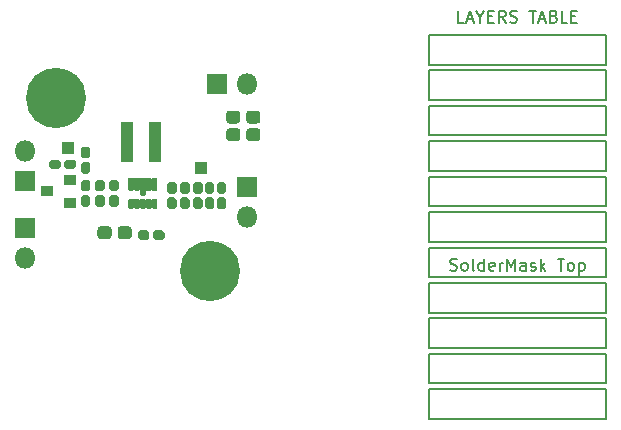
<source format=gbr>
%TF.GenerationSoftware,KiCad,Pcbnew,(5.1.6)-1*%
%TF.CreationDate,2020-07-26T11:23:49+05:30*%
%TF.ProjectId,KiCAD Demo- Buck-Boost Regulator,4b694341-4420-4446-956d-6f2d20427563,rev?*%
%TF.SameCoordinates,Original*%
%TF.FileFunction,Soldermask,Top*%
%TF.FilePolarity,Negative*%
%FSLAX46Y46*%
G04 Gerber Fmt 4.6, Leading zero omitted, Abs format (unit mm)*
G04 Created by KiCad (PCBNEW (5.1.6)-1) date 2020-07-26 11:23:49*
%MOMM*%
%LPD*%
G01*
G04 APERTURE LIST*
%ADD10C,0.150000*%
%ADD11C,0.010000*%
%ADD12O,1.800000X1.800000*%
%ADD13R,1.800000X1.800000*%
%ADD14R,1.080000X3.500000*%
%ADD15R,1.000000X0.900000*%
%ADD16R,0.350000X0.700000*%
%ADD17R,0.350000X1.000000*%
%ADD18R,0.350000X1.400000*%
%ADD19R,1.100000X1.100000*%
%ADD20C,0.900000*%
%ADD21C,5.100000*%
G04 APERTURE END LIST*
D10*
X138726190Y-66202380D02*
X138250000Y-66202380D01*
X138250000Y-65202380D01*
X139011904Y-65916666D02*
X139488095Y-65916666D01*
X138916666Y-66202380D02*
X139250000Y-65202380D01*
X139583333Y-66202380D01*
X140107142Y-65726190D02*
X140107142Y-66202380D01*
X139773809Y-65202380D02*
X140107142Y-65726190D01*
X140440476Y-65202380D01*
X140773809Y-65678571D02*
X141107142Y-65678571D01*
X141250000Y-66202380D02*
X140773809Y-66202380D01*
X140773809Y-65202380D01*
X141250000Y-65202380D01*
X142250000Y-66202380D02*
X141916666Y-65726190D01*
X141678571Y-66202380D02*
X141678571Y-65202380D01*
X142059523Y-65202380D01*
X142154761Y-65250000D01*
X142202380Y-65297619D01*
X142250000Y-65392857D01*
X142250000Y-65535714D01*
X142202380Y-65630952D01*
X142154761Y-65678571D01*
X142059523Y-65726190D01*
X141678571Y-65726190D01*
X142630952Y-66154761D02*
X142773809Y-66202380D01*
X143011904Y-66202380D01*
X143107142Y-66154761D01*
X143154761Y-66107142D01*
X143202380Y-66011904D01*
X143202380Y-65916666D01*
X143154761Y-65821428D01*
X143107142Y-65773809D01*
X143011904Y-65726190D01*
X142821428Y-65678571D01*
X142726190Y-65630952D01*
X142678571Y-65583333D01*
X142630952Y-65488095D01*
X142630952Y-65392857D01*
X142678571Y-65297619D01*
X142726190Y-65250000D01*
X142821428Y-65202380D01*
X143059523Y-65202380D01*
X143202380Y-65250000D01*
X144250000Y-65202380D02*
X144821428Y-65202380D01*
X144535714Y-66202380D02*
X144535714Y-65202380D01*
X145107142Y-65916666D02*
X145583333Y-65916666D01*
X145011904Y-66202380D02*
X145345238Y-65202380D01*
X145678571Y-66202380D01*
X146345238Y-65678571D02*
X146488095Y-65726190D01*
X146535714Y-65773809D01*
X146583333Y-65869047D01*
X146583333Y-66011904D01*
X146535714Y-66107142D01*
X146488095Y-66154761D01*
X146392857Y-66202380D01*
X146011904Y-66202380D01*
X146011904Y-65202380D01*
X146345238Y-65202380D01*
X146440476Y-65250000D01*
X146488095Y-65297619D01*
X146535714Y-65392857D01*
X146535714Y-65488095D01*
X146488095Y-65583333D01*
X146440476Y-65630952D01*
X146345238Y-65678571D01*
X146011904Y-65678571D01*
X147488095Y-66202380D02*
X147011904Y-66202380D01*
X147011904Y-65202380D01*
X147821428Y-65678571D02*
X148154761Y-65678571D01*
X148297619Y-66202380D02*
X147821428Y-66202380D01*
X147821428Y-65202380D01*
X148297619Y-65202380D01*
X137559523Y-87154761D02*
X137702380Y-87202380D01*
X137940476Y-87202380D01*
X138035714Y-87154761D01*
X138083333Y-87107142D01*
X138130952Y-87011904D01*
X138130952Y-86916666D01*
X138083333Y-86821428D01*
X138035714Y-86773809D01*
X137940476Y-86726190D01*
X137750000Y-86678571D01*
X137654761Y-86630952D01*
X137607142Y-86583333D01*
X137559523Y-86488095D01*
X137559523Y-86392857D01*
X137607142Y-86297619D01*
X137654761Y-86250000D01*
X137750000Y-86202380D01*
X137988095Y-86202380D01*
X138130952Y-86250000D01*
X138702380Y-87202380D02*
X138607142Y-87154761D01*
X138559523Y-87107142D01*
X138511904Y-87011904D01*
X138511904Y-86726190D01*
X138559523Y-86630952D01*
X138607142Y-86583333D01*
X138702380Y-86535714D01*
X138845238Y-86535714D01*
X138940476Y-86583333D01*
X138988095Y-86630952D01*
X139035714Y-86726190D01*
X139035714Y-87011904D01*
X138988095Y-87107142D01*
X138940476Y-87154761D01*
X138845238Y-87202380D01*
X138702380Y-87202380D01*
X139607142Y-87202380D02*
X139511904Y-87154761D01*
X139464285Y-87059523D01*
X139464285Y-86202380D01*
X140416666Y-87202380D02*
X140416666Y-86202380D01*
X140416666Y-87154761D02*
X140321428Y-87202380D01*
X140130952Y-87202380D01*
X140035714Y-87154761D01*
X139988095Y-87107142D01*
X139940476Y-87011904D01*
X139940476Y-86726190D01*
X139988095Y-86630952D01*
X140035714Y-86583333D01*
X140130952Y-86535714D01*
X140321428Y-86535714D01*
X140416666Y-86583333D01*
X141273809Y-87154761D02*
X141178571Y-87202380D01*
X140988095Y-87202380D01*
X140892857Y-87154761D01*
X140845238Y-87059523D01*
X140845238Y-86678571D01*
X140892857Y-86583333D01*
X140988095Y-86535714D01*
X141178571Y-86535714D01*
X141273809Y-86583333D01*
X141321428Y-86678571D01*
X141321428Y-86773809D01*
X140845238Y-86869047D01*
X141750000Y-87202380D02*
X141750000Y-86535714D01*
X141750000Y-86726190D02*
X141797619Y-86630952D01*
X141845238Y-86583333D01*
X141940476Y-86535714D01*
X142035714Y-86535714D01*
X142369047Y-87202380D02*
X142369047Y-86202380D01*
X142702380Y-86916666D01*
X143035714Y-86202380D01*
X143035714Y-87202380D01*
X143940476Y-87202380D02*
X143940476Y-86678571D01*
X143892857Y-86583333D01*
X143797619Y-86535714D01*
X143607142Y-86535714D01*
X143511904Y-86583333D01*
X143940476Y-87154761D02*
X143845238Y-87202380D01*
X143607142Y-87202380D01*
X143511904Y-87154761D01*
X143464285Y-87059523D01*
X143464285Y-86964285D01*
X143511904Y-86869047D01*
X143607142Y-86821428D01*
X143845238Y-86821428D01*
X143940476Y-86773809D01*
X144369047Y-87154761D02*
X144464285Y-87202380D01*
X144654761Y-87202380D01*
X144750000Y-87154761D01*
X144797619Y-87059523D01*
X144797619Y-87011904D01*
X144750000Y-86916666D01*
X144654761Y-86869047D01*
X144511904Y-86869047D01*
X144416666Y-86821428D01*
X144369047Y-86726190D01*
X144369047Y-86678571D01*
X144416666Y-86583333D01*
X144511904Y-86535714D01*
X144654761Y-86535714D01*
X144750000Y-86583333D01*
X145226190Y-87202380D02*
X145226190Y-86202380D01*
X145321428Y-86821428D02*
X145607142Y-87202380D01*
X145607142Y-86535714D02*
X145226190Y-86916666D01*
X146654761Y-86202380D02*
X147226190Y-86202380D01*
X146940476Y-87202380D02*
X146940476Y-86202380D01*
X147702380Y-87202380D02*
X147607142Y-87154761D01*
X147559523Y-87107142D01*
X147511904Y-87011904D01*
X147511904Y-86726190D01*
X147559523Y-86630952D01*
X147607142Y-86583333D01*
X147702380Y-86535714D01*
X147845238Y-86535714D01*
X147940476Y-86583333D01*
X147988095Y-86630952D01*
X148035714Y-86726190D01*
X148035714Y-87011904D01*
X147988095Y-87107142D01*
X147940476Y-87154761D01*
X147845238Y-87202380D01*
X147702380Y-87202380D01*
X148464285Y-86535714D02*
X148464285Y-87535714D01*
X148464285Y-86583333D02*
X148559523Y-86535714D01*
X148750000Y-86535714D01*
X148845238Y-86583333D01*
X148892857Y-86630952D01*
X148940476Y-86726190D01*
X148940476Y-87011904D01*
X148892857Y-87107142D01*
X148845238Y-87154761D01*
X148750000Y-87202380D01*
X148559523Y-87202380D01*
X148464285Y-87154761D01*
X150750000Y-99750000D02*
X135750000Y-99750000D01*
X150750000Y-93750000D02*
X135750000Y-93750000D01*
X135750000Y-93750000D02*
X135750000Y-91250000D01*
X135750000Y-91250000D02*
X150750000Y-91250000D01*
X150750000Y-91250000D02*
X150750000Y-93750000D01*
X135750000Y-99750000D02*
X135750000Y-97250000D01*
X135750000Y-97250000D02*
X150750000Y-97250000D01*
X135750000Y-94250000D02*
X150750000Y-94250000D01*
X150750000Y-97250000D02*
X150750000Y-99750000D01*
X150750000Y-96750000D02*
X135750000Y-96750000D01*
X135750000Y-96750000D02*
X135750000Y-94250000D01*
X150750000Y-94250000D02*
X150750000Y-96750000D01*
X135750000Y-84750000D02*
X135750000Y-82250000D01*
X135750000Y-82250000D02*
X150750000Y-82250000D01*
X150750000Y-84750000D02*
X135750000Y-84750000D01*
X150750000Y-82250000D02*
X150750000Y-84750000D01*
X135750000Y-87750000D02*
X135750000Y-85250000D01*
X150750000Y-85250000D02*
X150750000Y-87750000D01*
X135750000Y-85250000D02*
X150750000Y-85250000D01*
X150750000Y-87750000D02*
X135750000Y-87750000D01*
X135750000Y-90750000D02*
X135750000Y-88250000D01*
X150750000Y-88250000D02*
X150750000Y-90750000D01*
X135750000Y-88250000D02*
X150750000Y-88250000D01*
X150750000Y-90750000D02*
X135750000Y-90750000D01*
X135750000Y-81750000D02*
X135750000Y-79250000D01*
X135750000Y-79250000D02*
X150750000Y-79250000D01*
X150750000Y-81750000D02*
X135750000Y-81750000D01*
X150750000Y-79250000D02*
X150750000Y-81750000D01*
X135750000Y-78750000D02*
X135750000Y-76250000D01*
X135750000Y-76250000D02*
X150750000Y-76250000D01*
X150750000Y-78750000D02*
X135750000Y-78750000D01*
X150750000Y-76250000D02*
X150750000Y-78750000D01*
X135750000Y-75750000D02*
X135750000Y-73250000D01*
X135750000Y-73250000D02*
X150750000Y-73250000D01*
X150750000Y-75750000D02*
X135750000Y-75750000D01*
X150750000Y-73250000D02*
X150750000Y-75750000D01*
X135750000Y-72750000D02*
X135750000Y-70250000D01*
X135750000Y-70250000D02*
X150750000Y-70250000D01*
X150750000Y-72750000D02*
X135750000Y-72750000D01*
X150750000Y-70250000D02*
X150750000Y-72750000D01*
X135750000Y-69750000D02*
X135750000Y-67250000D01*
X150750000Y-69750000D02*
X135750000Y-69750000D01*
X150750000Y-67250000D02*
X150750000Y-69750000D01*
X135750000Y-67250000D02*
X150750000Y-67250000D01*
D11*
%TO.C,U1*%
G36*
X111425000Y-81130000D02*
G01*
X111575000Y-81130000D01*
X111581280Y-81130164D01*
X111587543Y-81130657D01*
X111593772Y-81131477D01*
X111599949Y-81132622D01*
X111606058Y-81134089D01*
X111612082Y-81135873D01*
X111618004Y-81137970D01*
X111623808Y-81140375D01*
X111629479Y-81143079D01*
X111635000Y-81146077D01*
X111640357Y-81149360D01*
X111645534Y-81152918D01*
X111650518Y-81156742D01*
X111655296Y-81160823D01*
X111659853Y-81165147D01*
X111664177Y-81169704D01*
X111668258Y-81174482D01*
X111672082Y-81179466D01*
X111675640Y-81184643D01*
X111678923Y-81190000D01*
X111681921Y-81195521D01*
X111684625Y-81201192D01*
X111687030Y-81206996D01*
X111689127Y-81212918D01*
X111690911Y-81218942D01*
X111692378Y-81225051D01*
X111693523Y-81231228D01*
X111694343Y-81237457D01*
X111694836Y-81243720D01*
X111695000Y-81250000D01*
X111695000Y-81750000D01*
X111694836Y-81756280D01*
X111694343Y-81762540D01*
X111693523Y-81768770D01*
X111692378Y-81774950D01*
X111690911Y-81781060D01*
X111689127Y-81787080D01*
X111687030Y-81793000D01*
X111684625Y-81798810D01*
X111681921Y-81804480D01*
X111678923Y-81810000D01*
X111675640Y-81815360D01*
X111672082Y-81820530D01*
X111668258Y-81825520D01*
X111664177Y-81830300D01*
X111659853Y-81834850D01*
X111655296Y-81839180D01*
X111650518Y-81843260D01*
X111645534Y-81847080D01*
X111640357Y-81850640D01*
X111635000Y-81853920D01*
X111629479Y-81856920D01*
X111623808Y-81859630D01*
X111618004Y-81862030D01*
X111612082Y-81864130D01*
X111606058Y-81865910D01*
X111599949Y-81867380D01*
X111593772Y-81868520D01*
X111587543Y-81869340D01*
X111581280Y-81869840D01*
X111575000Y-81870000D01*
X111425000Y-81870000D01*
X111418720Y-81869840D01*
X111412457Y-81869340D01*
X111406228Y-81868520D01*
X111400051Y-81867380D01*
X111393942Y-81865910D01*
X111387918Y-81864130D01*
X111381996Y-81862030D01*
X111376192Y-81859630D01*
X111370521Y-81856920D01*
X111365000Y-81853920D01*
X111359643Y-81850640D01*
X111354466Y-81847080D01*
X111349482Y-81843260D01*
X111344704Y-81839180D01*
X111340147Y-81834850D01*
X111335823Y-81830300D01*
X111331742Y-81825520D01*
X111327918Y-81820530D01*
X111324360Y-81815360D01*
X111321077Y-81810000D01*
X111318079Y-81804480D01*
X111315375Y-81798810D01*
X111312970Y-81793000D01*
X111310873Y-81787080D01*
X111309089Y-81781060D01*
X111307622Y-81774950D01*
X111306477Y-81768770D01*
X111305657Y-81762540D01*
X111305164Y-81756280D01*
X111305000Y-81750000D01*
X111305000Y-81250000D01*
X111305164Y-81243720D01*
X111305657Y-81237457D01*
X111306477Y-81231228D01*
X111307622Y-81225051D01*
X111309089Y-81218942D01*
X111310873Y-81212918D01*
X111312970Y-81206996D01*
X111315375Y-81201192D01*
X111318079Y-81195521D01*
X111321077Y-81190000D01*
X111324360Y-81184643D01*
X111327918Y-81179466D01*
X111331742Y-81174482D01*
X111335823Y-81169704D01*
X111340147Y-81165147D01*
X111344704Y-81160823D01*
X111349482Y-81156742D01*
X111354466Y-81152918D01*
X111359643Y-81149360D01*
X111365000Y-81146077D01*
X111370521Y-81143079D01*
X111376192Y-81140375D01*
X111381996Y-81137970D01*
X111387918Y-81135873D01*
X111393942Y-81134089D01*
X111400051Y-81132622D01*
X111406228Y-81131477D01*
X111412457Y-81130657D01*
X111418720Y-81130164D01*
X111425000Y-81130000D01*
G37*
X111425000Y-81130000D02*
X111575000Y-81130000D01*
X111581280Y-81130164D01*
X111587543Y-81130657D01*
X111593772Y-81131477D01*
X111599949Y-81132622D01*
X111606058Y-81134089D01*
X111612082Y-81135873D01*
X111618004Y-81137970D01*
X111623808Y-81140375D01*
X111629479Y-81143079D01*
X111635000Y-81146077D01*
X111640357Y-81149360D01*
X111645534Y-81152918D01*
X111650518Y-81156742D01*
X111655296Y-81160823D01*
X111659853Y-81165147D01*
X111664177Y-81169704D01*
X111668258Y-81174482D01*
X111672082Y-81179466D01*
X111675640Y-81184643D01*
X111678923Y-81190000D01*
X111681921Y-81195521D01*
X111684625Y-81201192D01*
X111687030Y-81206996D01*
X111689127Y-81212918D01*
X111690911Y-81218942D01*
X111692378Y-81225051D01*
X111693523Y-81231228D01*
X111694343Y-81237457D01*
X111694836Y-81243720D01*
X111695000Y-81250000D01*
X111695000Y-81750000D01*
X111694836Y-81756280D01*
X111694343Y-81762540D01*
X111693523Y-81768770D01*
X111692378Y-81774950D01*
X111690911Y-81781060D01*
X111689127Y-81787080D01*
X111687030Y-81793000D01*
X111684625Y-81798810D01*
X111681921Y-81804480D01*
X111678923Y-81810000D01*
X111675640Y-81815360D01*
X111672082Y-81820530D01*
X111668258Y-81825520D01*
X111664177Y-81830300D01*
X111659853Y-81834850D01*
X111655296Y-81839180D01*
X111650518Y-81843260D01*
X111645534Y-81847080D01*
X111640357Y-81850640D01*
X111635000Y-81853920D01*
X111629479Y-81856920D01*
X111623808Y-81859630D01*
X111618004Y-81862030D01*
X111612082Y-81864130D01*
X111606058Y-81865910D01*
X111599949Y-81867380D01*
X111593772Y-81868520D01*
X111587543Y-81869340D01*
X111581280Y-81869840D01*
X111575000Y-81870000D01*
X111425000Y-81870000D01*
X111418720Y-81869840D01*
X111412457Y-81869340D01*
X111406228Y-81868520D01*
X111400051Y-81867380D01*
X111393942Y-81865910D01*
X111387918Y-81864130D01*
X111381996Y-81862030D01*
X111376192Y-81859630D01*
X111370521Y-81856920D01*
X111365000Y-81853920D01*
X111359643Y-81850640D01*
X111354466Y-81847080D01*
X111349482Y-81843260D01*
X111344704Y-81839180D01*
X111340147Y-81834850D01*
X111335823Y-81830300D01*
X111331742Y-81825520D01*
X111327918Y-81820530D01*
X111324360Y-81815360D01*
X111321077Y-81810000D01*
X111318079Y-81804480D01*
X111315375Y-81798810D01*
X111312970Y-81793000D01*
X111310873Y-81787080D01*
X111309089Y-81781060D01*
X111307622Y-81774950D01*
X111306477Y-81768770D01*
X111305657Y-81762540D01*
X111305164Y-81756280D01*
X111305000Y-81750000D01*
X111305000Y-81250000D01*
X111305164Y-81243720D01*
X111305657Y-81237457D01*
X111306477Y-81231228D01*
X111307622Y-81225051D01*
X111309089Y-81218942D01*
X111310873Y-81212918D01*
X111312970Y-81206996D01*
X111315375Y-81201192D01*
X111318079Y-81195521D01*
X111321077Y-81190000D01*
X111324360Y-81184643D01*
X111327918Y-81179466D01*
X111331742Y-81174482D01*
X111335823Y-81169704D01*
X111340147Y-81165147D01*
X111344704Y-81160823D01*
X111349482Y-81156742D01*
X111354466Y-81152918D01*
X111359643Y-81149360D01*
X111365000Y-81146077D01*
X111370521Y-81143079D01*
X111376192Y-81140375D01*
X111381996Y-81137970D01*
X111387918Y-81135873D01*
X111393942Y-81134089D01*
X111400051Y-81132622D01*
X111406228Y-81131477D01*
X111412457Y-81130657D01*
X111418720Y-81130164D01*
X111425000Y-81130000D01*
G36*
X110925000Y-81130000D02*
G01*
X111075000Y-81130000D01*
X111081280Y-81130164D01*
X111087543Y-81130657D01*
X111093772Y-81131477D01*
X111099949Y-81132622D01*
X111106058Y-81134089D01*
X111112082Y-81135873D01*
X111118004Y-81137970D01*
X111123808Y-81140375D01*
X111129479Y-81143079D01*
X111135000Y-81146077D01*
X111140357Y-81149360D01*
X111145534Y-81152918D01*
X111150518Y-81156742D01*
X111155296Y-81160823D01*
X111159853Y-81165147D01*
X111164177Y-81169704D01*
X111168258Y-81174482D01*
X111172082Y-81179466D01*
X111175640Y-81184643D01*
X111178923Y-81190000D01*
X111181921Y-81195521D01*
X111184625Y-81201192D01*
X111187030Y-81206996D01*
X111189127Y-81212918D01*
X111190911Y-81218942D01*
X111192378Y-81225051D01*
X111193523Y-81231228D01*
X111194343Y-81237457D01*
X111194836Y-81243720D01*
X111195000Y-81250000D01*
X111195000Y-81750000D01*
X111194836Y-81756280D01*
X111194343Y-81762540D01*
X111193523Y-81768770D01*
X111192378Y-81774950D01*
X111190911Y-81781060D01*
X111189127Y-81787080D01*
X111187030Y-81793000D01*
X111184625Y-81798810D01*
X111181921Y-81804480D01*
X111178923Y-81810000D01*
X111175640Y-81815360D01*
X111172082Y-81820530D01*
X111168258Y-81825520D01*
X111164177Y-81830300D01*
X111159853Y-81834850D01*
X111155296Y-81839180D01*
X111150518Y-81843260D01*
X111145534Y-81847080D01*
X111140357Y-81850640D01*
X111135000Y-81853920D01*
X111129479Y-81856920D01*
X111123808Y-81859630D01*
X111118004Y-81862030D01*
X111112082Y-81864130D01*
X111106058Y-81865910D01*
X111099949Y-81867380D01*
X111093772Y-81868520D01*
X111087543Y-81869340D01*
X111081280Y-81869840D01*
X111075000Y-81870000D01*
X110925000Y-81870000D01*
X110918720Y-81869840D01*
X110912457Y-81869340D01*
X110906228Y-81868520D01*
X110900051Y-81867380D01*
X110893942Y-81865910D01*
X110887918Y-81864130D01*
X110881996Y-81862030D01*
X110876192Y-81859630D01*
X110870521Y-81856920D01*
X110865000Y-81853920D01*
X110859643Y-81850640D01*
X110854466Y-81847080D01*
X110849482Y-81843260D01*
X110844704Y-81839180D01*
X110840147Y-81834850D01*
X110835823Y-81830300D01*
X110831742Y-81825520D01*
X110827918Y-81820530D01*
X110824360Y-81815360D01*
X110821077Y-81810000D01*
X110818079Y-81804480D01*
X110815375Y-81798810D01*
X110812970Y-81793000D01*
X110810873Y-81787080D01*
X110809089Y-81781060D01*
X110807622Y-81774950D01*
X110806477Y-81768770D01*
X110805657Y-81762540D01*
X110805164Y-81756280D01*
X110805000Y-81750000D01*
X110805000Y-81250000D01*
X110805164Y-81243720D01*
X110805657Y-81237457D01*
X110806477Y-81231228D01*
X110807622Y-81225051D01*
X110809089Y-81218942D01*
X110810873Y-81212918D01*
X110812970Y-81206996D01*
X110815375Y-81201192D01*
X110818079Y-81195521D01*
X110821077Y-81190000D01*
X110824360Y-81184643D01*
X110827918Y-81179466D01*
X110831742Y-81174482D01*
X110835823Y-81169704D01*
X110840147Y-81165147D01*
X110844704Y-81160823D01*
X110849482Y-81156742D01*
X110854466Y-81152918D01*
X110859643Y-81149360D01*
X110865000Y-81146077D01*
X110870521Y-81143079D01*
X110876192Y-81140375D01*
X110881996Y-81137970D01*
X110887918Y-81135873D01*
X110893942Y-81134089D01*
X110900051Y-81132622D01*
X110906228Y-81131477D01*
X110912457Y-81130657D01*
X110918720Y-81130164D01*
X110925000Y-81130000D01*
G37*
X110925000Y-81130000D02*
X111075000Y-81130000D01*
X111081280Y-81130164D01*
X111087543Y-81130657D01*
X111093772Y-81131477D01*
X111099949Y-81132622D01*
X111106058Y-81134089D01*
X111112082Y-81135873D01*
X111118004Y-81137970D01*
X111123808Y-81140375D01*
X111129479Y-81143079D01*
X111135000Y-81146077D01*
X111140357Y-81149360D01*
X111145534Y-81152918D01*
X111150518Y-81156742D01*
X111155296Y-81160823D01*
X111159853Y-81165147D01*
X111164177Y-81169704D01*
X111168258Y-81174482D01*
X111172082Y-81179466D01*
X111175640Y-81184643D01*
X111178923Y-81190000D01*
X111181921Y-81195521D01*
X111184625Y-81201192D01*
X111187030Y-81206996D01*
X111189127Y-81212918D01*
X111190911Y-81218942D01*
X111192378Y-81225051D01*
X111193523Y-81231228D01*
X111194343Y-81237457D01*
X111194836Y-81243720D01*
X111195000Y-81250000D01*
X111195000Y-81750000D01*
X111194836Y-81756280D01*
X111194343Y-81762540D01*
X111193523Y-81768770D01*
X111192378Y-81774950D01*
X111190911Y-81781060D01*
X111189127Y-81787080D01*
X111187030Y-81793000D01*
X111184625Y-81798810D01*
X111181921Y-81804480D01*
X111178923Y-81810000D01*
X111175640Y-81815360D01*
X111172082Y-81820530D01*
X111168258Y-81825520D01*
X111164177Y-81830300D01*
X111159853Y-81834850D01*
X111155296Y-81839180D01*
X111150518Y-81843260D01*
X111145534Y-81847080D01*
X111140357Y-81850640D01*
X111135000Y-81853920D01*
X111129479Y-81856920D01*
X111123808Y-81859630D01*
X111118004Y-81862030D01*
X111112082Y-81864130D01*
X111106058Y-81865910D01*
X111099949Y-81867380D01*
X111093772Y-81868520D01*
X111087543Y-81869340D01*
X111081280Y-81869840D01*
X111075000Y-81870000D01*
X110925000Y-81870000D01*
X110918720Y-81869840D01*
X110912457Y-81869340D01*
X110906228Y-81868520D01*
X110900051Y-81867380D01*
X110893942Y-81865910D01*
X110887918Y-81864130D01*
X110881996Y-81862030D01*
X110876192Y-81859630D01*
X110870521Y-81856920D01*
X110865000Y-81853920D01*
X110859643Y-81850640D01*
X110854466Y-81847080D01*
X110849482Y-81843260D01*
X110844704Y-81839180D01*
X110840147Y-81834850D01*
X110835823Y-81830300D01*
X110831742Y-81825520D01*
X110827918Y-81820530D01*
X110824360Y-81815360D01*
X110821077Y-81810000D01*
X110818079Y-81804480D01*
X110815375Y-81798810D01*
X110812970Y-81793000D01*
X110810873Y-81787080D01*
X110809089Y-81781060D01*
X110807622Y-81774950D01*
X110806477Y-81768770D01*
X110805657Y-81762540D01*
X110805164Y-81756280D01*
X110805000Y-81750000D01*
X110805000Y-81250000D01*
X110805164Y-81243720D01*
X110805657Y-81237457D01*
X110806477Y-81231228D01*
X110807622Y-81225051D01*
X110809089Y-81218942D01*
X110810873Y-81212918D01*
X110812970Y-81206996D01*
X110815375Y-81201192D01*
X110818079Y-81195521D01*
X110821077Y-81190000D01*
X110824360Y-81184643D01*
X110827918Y-81179466D01*
X110831742Y-81174482D01*
X110835823Y-81169704D01*
X110840147Y-81165147D01*
X110844704Y-81160823D01*
X110849482Y-81156742D01*
X110854466Y-81152918D01*
X110859643Y-81149360D01*
X110865000Y-81146077D01*
X110870521Y-81143079D01*
X110876192Y-81140375D01*
X110881996Y-81137970D01*
X110887918Y-81135873D01*
X110893942Y-81134089D01*
X110900051Y-81132622D01*
X110906228Y-81131477D01*
X110912457Y-81130657D01*
X110918720Y-81130164D01*
X110925000Y-81130000D01*
G36*
X110425000Y-81130000D02*
G01*
X110575000Y-81130000D01*
X110581280Y-81130164D01*
X110587543Y-81130657D01*
X110593772Y-81131477D01*
X110599949Y-81132622D01*
X110606058Y-81134089D01*
X110612082Y-81135873D01*
X110618004Y-81137970D01*
X110623808Y-81140375D01*
X110629479Y-81143079D01*
X110635000Y-81146077D01*
X110640357Y-81149360D01*
X110645534Y-81152918D01*
X110650518Y-81156742D01*
X110655296Y-81160823D01*
X110659853Y-81165147D01*
X110664177Y-81169704D01*
X110668258Y-81174482D01*
X110672082Y-81179466D01*
X110675640Y-81184643D01*
X110678923Y-81190000D01*
X110681921Y-81195521D01*
X110684625Y-81201192D01*
X110687030Y-81206996D01*
X110689127Y-81212918D01*
X110690911Y-81218942D01*
X110692378Y-81225051D01*
X110693523Y-81231228D01*
X110694343Y-81237457D01*
X110694836Y-81243720D01*
X110695000Y-81250000D01*
X110695000Y-81750000D01*
X110694836Y-81756280D01*
X110694343Y-81762540D01*
X110693523Y-81768770D01*
X110692378Y-81774950D01*
X110690911Y-81781060D01*
X110689127Y-81787080D01*
X110687030Y-81793000D01*
X110684625Y-81798810D01*
X110681921Y-81804480D01*
X110678923Y-81810000D01*
X110675640Y-81815360D01*
X110672082Y-81820530D01*
X110668258Y-81825520D01*
X110664177Y-81830300D01*
X110659853Y-81834850D01*
X110655296Y-81839180D01*
X110650518Y-81843260D01*
X110645534Y-81847080D01*
X110640357Y-81850640D01*
X110635000Y-81853920D01*
X110629479Y-81856920D01*
X110623808Y-81859630D01*
X110618004Y-81862030D01*
X110612082Y-81864130D01*
X110606058Y-81865910D01*
X110599949Y-81867380D01*
X110593772Y-81868520D01*
X110587543Y-81869340D01*
X110581280Y-81869840D01*
X110575000Y-81870000D01*
X110425000Y-81870000D01*
X110418720Y-81869840D01*
X110412460Y-81869340D01*
X110406230Y-81868520D01*
X110400050Y-81867380D01*
X110393940Y-81865910D01*
X110387920Y-81864130D01*
X110382000Y-81862030D01*
X110376190Y-81859630D01*
X110370520Y-81856920D01*
X110365000Y-81853920D01*
X110359640Y-81850640D01*
X110354470Y-81847080D01*
X110349480Y-81843260D01*
X110344700Y-81839180D01*
X110340150Y-81834850D01*
X110335820Y-81830300D01*
X110331740Y-81825520D01*
X110327920Y-81820530D01*
X110324360Y-81815360D01*
X110321080Y-81810000D01*
X110318080Y-81804480D01*
X110315370Y-81798810D01*
X110312970Y-81793000D01*
X110310870Y-81787080D01*
X110309090Y-81781060D01*
X110307620Y-81774950D01*
X110306480Y-81768770D01*
X110305660Y-81762540D01*
X110305160Y-81756280D01*
X110305000Y-81750000D01*
X110305000Y-81250000D01*
X110305160Y-81243720D01*
X110305660Y-81237457D01*
X110306480Y-81231228D01*
X110307620Y-81225051D01*
X110309090Y-81218942D01*
X110310870Y-81212918D01*
X110312970Y-81206996D01*
X110315370Y-81201192D01*
X110318080Y-81195521D01*
X110321080Y-81190000D01*
X110324360Y-81184643D01*
X110327920Y-81179466D01*
X110331740Y-81174482D01*
X110335820Y-81169704D01*
X110340150Y-81165147D01*
X110344700Y-81160823D01*
X110349480Y-81156742D01*
X110354470Y-81152918D01*
X110359640Y-81149360D01*
X110365000Y-81146077D01*
X110370520Y-81143079D01*
X110376190Y-81140375D01*
X110382000Y-81137970D01*
X110387920Y-81135873D01*
X110393940Y-81134089D01*
X110400050Y-81132622D01*
X110406230Y-81131477D01*
X110412460Y-81130657D01*
X110418720Y-81130164D01*
X110425000Y-81130000D01*
G37*
X110425000Y-81130000D02*
X110575000Y-81130000D01*
X110581280Y-81130164D01*
X110587543Y-81130657D01*
X110593772Y-81131477D01*
X110599949Y-81132622D01*
X110606058Y-81134089D01*
X110612082Y-81135873D01*
X110618004Y-81137970D01*
X110623808Y-81140375D01*
X110629479Y-81143079D01*
X110635000Y-81146077D01*
X110640357Y-81149360D01*
X110645534Y-81152918D01*
X110650518Y-81156742D01*
X110655296Y-81160823D01*
X110659853Y-81165147D01*
X110664177Y-81169704D01*
X110668258Y-81174482D01*
X110672082Y-81179466D01*
X110675640Y-81184643D01*
X110678923Y-81190000D01*
X110681921Y-81195521D01*
X110684625Y-81201192D01*
X110687030Y-81206996D01*
X110689127Y-81212918D01*
X110690911Y-81218942D01*
X110692378Y-81225051D01*
X110693523Y-81231228D01*
X110694343Y-81237457D01*
X110694836Y-81243720D01*
X110695000Y-81250000D01*
X110695000Y-81750000D01*
X110694836Y-81756280D01*
X110694343Y-81762540D01*
X110693523Y-81768770D01*
X110692378Y-81774950D01*
X110690911Y-81781060D01*
X110689127Y-81787080D01*
X110687030Y-81793000D01*
X110684625Y-81798810D01*
X110681921Y-81804480D01*
X110678923Y-81810000D01*
X110675640Y-81815360D01*
X110672082Y-81820530D01*
X110668258Y-81825520D01*
X110664177Y-81830300D01*
X110659853Y-81834850D01*
X110655296Y-81839180D01*
X110650518Y-81843260D01*
X110645534Y-81847080D01*
X110640357Y-81850640D01*
X110635000Y-81853920D01*
X110629479Y-81856920D01*
X110623808Y-81859630D01*
X110618004Y-81862030D01*
X110612082Y-81864130D01*
X110606058Y-81865910D01*
X110599949Y-81867380D01*
X110593772Y-81868520D01*
X110587543Y-81869340D01*
X110581280Y-81869840D01*
X110575000Y-81870000D01*
X110425000Y-81870000D01*
X110418720Y-81869840D01*
X110412460Y-81869340D01*
X110406230Y-81868520D01*
X110400050Y-81867380D01*
X110393940Y-81865910D01*
X110387920Y-81864130D01*
X110382000Y-81862030D01*
X110376190Y-81859630D01*
X110370520Y-81856920D01*
X110365000Y-81853920D01*
X110359640Y-81850640D01*
X110354470Y-81847080D01*
X110349480Y-81843260D01*
X110344700Y-81839180D01*
X110340150Y-81834850D01*
X110335820Y-81830300D01*
X110331740Y-81825520D01*
X110327920Y-81820530D01*
X110324360Y-81815360D01*
X110321080Y-81810000D01*
X110318080Y-81804480D01*
X110315370Y-81798810D01*
X110312970Y-81793000D01*
X110310870Y-81787080D01*
X110309090Y-81781060D01*
X110307620Y-81774950D01*
X110306480Y-81768770D01*
X110305660Y-81762540D01*
X110305160Y-81756280D01*
X110305000Y-81750000D01*
X110305000Y-81250000D01*
X110305160Y-81243720D01*
X110305660Y-81237457D01*
X110306480Y-81231228D01*
X110307620Y-81225051D01*
X110309090Y-81218942D01*
X110310870Y-81212918D01*
X110312970Y-81206996D01*
X110315370Y-81201192D01*
X110318080Y-81195521D01*
X110321080Y-81190000D01*
X110324360Y-81184643D01*
X110327920Y-81179466D01*
X110331740Y-81174482D01*
X110335820Y-81169704D01*
X110340150Y-81165147D01*
X110344700Y-81160823D01*
X110349480Y-81156742D01*
X110354470Y-81152918D01*
X110359640Y-81149360D01*
X110365000Y-81146077D01*
X110370520Y-81143079D01*
X110376190Y-81140375D01*
X110382000Y-81137970D01*
X110387920Y-81135873D01*
X110393940Y-81134089D01*
X110400050Y-81132622D01*
X110406230Y-81131477D01*
X110412460Y-81130657D01*
X110418720Y-81130164D01*
X110425000Y-81130000D01*
G36*
X111925000Y-81130000D02*
G01*
X112075000Y-81130000D01*
X112081280Y-81130164D01*
X112087543Y-81130657D01*
X112093772Y-81131477D01*
X112099949Y-81132622D01*
X112106058Y-81134089D01*
X112112082Y-81135873D01*
X112118004Y-81137970D01*
X112123808Y-81140375D01*
X112129479Y-81143079D01*
X112135000Y-81146077D01*
X112140357Y-81149360D01*
X112145534Y-81152918D01*
X112150518Y-81156742D01*
X112155296Y-81160823D01*
X112159853Y-81165147D01*
X112164177Y-81169704D01*
X112168258Y-81174482D01*
X112172082Y-81179466D01*
X112175640Y-81184643D01*
X112178923Y-81190000D01*
X112181921Y-81195521D01*
X112184625Y-81201192D01*
X112187030Y-81206996D01*
X112189127Y-81212918D01*
X112190911Y-81218942D01*
X112192378Y-81225051D01*
X112193523Y-81231228D01*
X112194343Y-81237457D01*
X112194836Y-81243720D01*
X112195000Y-81250000D01*
X112195000Y-81750000D01*
X112194836Y-81756280D01*
X112194343Y-81762540D01*
X112193523Y-81768770D01*
X112192378Y-81774950D01*
X112190911Y-81781060D01*
X112189127Y-81787080D01*
X112187030Y-81793000D01*
X112184625Y-81798810D01*
X112181921Y-81804480D01*
X112178923Y-81810000D01*
X112175640Y-81815360D01*
X112172082Y-81820530D01*
X112168258Y-81825520D01*
X112164177Y-81830300D01*
X112159853Y-81834850D01*
X112155296Y-81839180D01*
X112150518Y-81843260D01*
X112145534Y-81847080D01*
X112140357Y-81850640D01*
X112135000Y-81853920D01*
X112129479Y-81856920D01*
X112123808Y-81859630D01*
X112118004Y-81862030D01*
X112112082Y-81864130D01*
X112106058Y-81865910D01*
X112099949Y-81867380D01*
X112093772Y-81868520D01*
X112087543Y-81869340D01*
X112081280Y-81869840D01*
X112075000Y-81870000D01*
X111925000Y-81870000D01*
X111918720Y-81869840D01*
X111912457Y-81869340D01*
X111906228Y-81868520D01*
X111900051Y-81867380D01*
X111893942Y-81865910D01*
X111887918Y-81864130D01*
X111881996Y-81862030D01*
X111876192Y-81859630D01*
X111870521Y-81856920D01*
X111865000Y-81853920D01*
X111859643Y-81850640D01*
X111854466Y-81847080D01*
X111849482Y-81843260D01*
X111844704Y-81839180D01*
X111840147Y-81834850D01*
X111835823Y-81830300D01*
X111831742Y-81825520D01*
X111827918Y-81820530D01*
X111824360Y-81815360D01*
X111821077Y-81810000D01*
X111818079Y-81804480D01*
X111815375Y-81798810D01*
X111812970Y-81793000D01*
X111810873Y-81787080D01*
X111809089Y-81781060D01*
X111807622Y-81774950D01*
X111806477Y-81768770D01*
X111805657Y-81762540D01*
X111805164Y-81756280D01*
X111805000Y-81750000D01*
X111805000Y-81250000D01*
X111805164Y-81243720D01*
X111805657Y-81237457D01*
X111806477Y-81231228D01*
X111807622Y-81225051D01*
X111809089Y-81218942D01*
X111810873Y-81212918D01*
X111812970Y-81206996D01*
X111815375Y-81201192D01*
X111818079Y-81195521D01*
X111821077Y-81190000D01*
X111824360Y-81184643D01*
X111827918Y-81179466D01*
X111831742Y-81174482D01*
X111835823Y-81169704D01*
X111840147Y-81165147D01*
X111844704Y-81160823D01*
X111849482Y-81156742D01*
X111854466Y-81152918D01*
X111859643Y-81149360D01*
X111865000Y-81146077D01*
X111870521Y-81143079D01*
X111876192Y-81140375D01*
X111881996Y-81137970D01*
X111887918Y-81135873D01*
X111893942Y-81134089D01*
X111900051Y-81132622D01*
X111906228Y-81131477D01*
X111912457Y-81130657D01*
X111918720Y-81130164D01*
X111925000Y-81130000D01*
G37*
X111925000Y-81130000D02*
X112075000Y-81130000D01*
X112081280Y-81130164D01*
X112087543Y-81130657D01*
X112093772Y-81131477D01*
X112099949Y-81132622D01*
X112106058Y-81134089D01*
X112112082Y-81135873D01*
X112118004Y-81137970D01*
X112123808Y-81140375D01*
X112129479Y-81143079D01*
X112135000Y-81146077D01*
X112140357Y-81149360D01*
X112145534Y-81152918D01*
X112150518Y-81156742D01*
X112155296Y-81160823D01*
X112159853Y-81165147D01*
X112164177Y-81169704D01*
X112168258Y-81174482D01*
X112172082Y-81179466D01*
X112175640Y-81184643D01*
X112178923Y-81190000D01*
X112181921Y-81195521D01*
X112184625Y-81201192D01*
X112187030Y-81206996D01*
X112189127Y-81212918D01*
X112190911Y-81218942D01*
X112192378Y-81225051D01*
X112193523Y-81231228D01*
X112194343Y-81237457D01*
X112194836Y-81243720D01*
X112195000Y-81250000D01*
X112195000Y-81750000D01*
X112194836Y-81756280D01*
X112194343Y-81762540D01*
X112193523Y-81768770D01*
X112192378Y-81774950D01*
X112190911Y-81781060D01*
X112189127Y-81787080D01*
X112187030Y-81793000D01*
X112184625Y-81798810D01*
X112181921Y-81804480D01*
X112178923Y-81810000D01*
X112175640Y-81815360D01*
X112172082Y-81820530D01*
X112168258Y-81825520D01*
X112164177Y-81830300D01*
X112159853Y-81834850D01*
X112155296Y-81839180D01*
X112150518Y-81843260D01*
X112145534Y-81847080D01*
X112140357Y-81850640D01*
X112135000Y-81853920D01*
X112129479Y-81856920D01*
X112123808Y-81859630D01*
X112118004Y-81862030D01*
X112112082Y-81864130D01*
X112106058Y-81865910D01*
X112099949Y-81867380D01*
X112093772Y-81868520D01*
X112087543Y-81869340D01*
X112081280Y-81869840D01*
X112075000Y-81870000D01*
X111925000Y-81870000D01*
X111918720Y-81869840D01*
X111912457Y-81869340D01*
X111906228Y-81868520D01*
X111900051Y-81867380D01*
X111893942Y-81865910D01*
X111887918Y-81864130D01*
X111881996Y-81862030D01*
X111876192Y-81859630D01*
X111870521Y-81856920D01*
X111865000Y-81853920D01*
X111859643Y-81850640D01*
X111854466Y-81847080D01*
X111849482Y-81843260D01*
X111844704Y-81839180D01*
X111840147Y-81834850D01*
X111835823Y-81830300D01*
X111831742Y-81825520D01*
X111827918Y-81820530D01*
X111824360Y-81815360D01*
X111821077Y-81810000D01*
X111818079Y-81804480D01*
X111815375Y-81798810D01*
X111812970Y-81793000D01*
X111810873Y-81787080D01*
X111809089Y-81781060D01*
X111807622Y-81774950D01*
X111806477Y-81768770D01*
X111805657Y-81762540D01*
X111805164Y-81756280D01*
X111805000Y-81750000D01*
X111805000Y-81250000D01*
X111805164Y-81243720D01*
X111805657Y-81237457D01*
X111806477Y-81231228D01*
X111807622Y-81225051D01*
X111809089Y-81218942D01*
X111810873Y-81212918D01*
X111812970Y-81206996D01*
X111815375Y-81201192D01*
X111818079Y-81195521D01*
X111821077Y-81190000D01*
X111824360Y-81184643D01*
X111827918Y-81179466D01*
X111831742Y-81174482D01*
X111835823Y-81169704D01*
X111840147Y-81165147D01*
X111844704Y-81160823D01*
X111849482Y-81156742D01*
X111854466Y-81152918D01*
X111859643Y-81149360D01*
X111865000Y-81146077D01*
X111870521Y-81143079D01*
X111876192Y-81140375D01*
X111881996Y-81137970D01*
X111887918Y-81135873D01*
X111893942Y-81134089D01*
X111900051Y-81132622D01*
X111906228Y-81131477D01*
X111912457Y-81130657D01*
X111918720Y-81130164D01*
X111925000Y-81130000D01*
G36*
X112425000Y-81130000D02*
G01*
X112575000Y-81130000D01*
X112581280Y-81130164D01*
X112587540Y-81130657D01*
X112593770Y-81131477D01*
X112599950Y-81132622D01*
X112606060Y-81134089D01*
X112612080Y-81135873D01*
X112618000Y-81137970D01*
X112623810Y-81140375D01*
X112629480Y-81143079D01*
X112635000Y-81146077D01*
X112640360Y-81149360D01*
X112645530Y-81152918D01*
X112650520Y-81156742D01*
X112655300Y-81160823D01*
X112659850Y-81165147D01*
X112664180Y-81169704D01*
X112668260Y-81174482D01*
X112672080Y-81179466D01*
X112675640Y-81184643D01*
X112678920Y-81190000D01*
X112681920Y-81195521D01*
X112684630Y-81201192D01*
X112687030Y-81206996D01*
X112689130Y-81212918D01*
X112690910Y-81218942D01*
X112692380Y-81225051D01*
X112693520Y-81231228D01*
X112694340Y-81237457D01*
X112694840Y-81243720D01*
X112695000Y-81250000D01*
X112695000Y-81750000D01*
X112694840Y-81756280D01*
X112694340Y-81762540D01*
X112693520Y-81768770D01*
X112692380Y-81774950D01*
X112690910Y-81781060D01*
X112689130Y-81787080D01*
X112687030Y-81793000D01*
X112684630Y-81798810D01*
X112681920Y-81804480D01*
X112678920Y-81810000D01*
X112675640Y-81815360D01*
X112672080Y-81820530D01*
X112668260Y-81825520D01*
X112664180Y-81830300D01*
X112659850Y-81834850D01*
X112655300Y-81839180D01*
X112650520Y-81843260D01*
X112645530Y-81847080D01*
X112640360Y-81850640D01*
X112635000Y-81853920D01*
X112629480Y-81856920D01*
X112623810Y-81859630D01*
X112618000Y-81862030D01*
X112612080Y-81864130D01*
X112606060Y-81865910D01*
X112599950Y-81867380D01*
X112593770Y-81868520D01*
X112587540Y-81869340D01*
X112581280Y-81869840D01*
X112575000Y-81870000D01*
X112425000Y-81870000D01*
X112418720Y-81869840D01*
X112412457Y-81869340D01*
X112406228Y-81868520D01*
X112400051Y-81867380D01*
X112393942Y-81865910D01*
X112387918Y-81864130D01*
X112381996Y-81862030D01*
X112376192Y-81859630D01*
X112370521Y-81856920D01*
X112365000Y-81853920D01*
X112359643Y-81850640D01*
X112354466Y-81847080D01*
X112349482Y-81843260D01*
X112344704Y-81839180D01*
X112340147Y-81834850D01*
X112335823Y-81830300D01*
X112331742Y-81825520D01*
X112327918Y-81820530D01*
X112324360Y-81815360D01*
X112321077Y-81810000D01*
X112318079Y-81804480D01*
X112315375Y-81798810D01*
X112312970Y-81793000D01*
X112310873Y-81787080D01*
X112309089Y-81781060D01*
X112307622Y-81774950D01*
X112306477Y-81768770D01*
X112305657Y-81762540D01*
X112305164Y-81756280D01*
X112305000Y-81750000D01*
X112305000Y-81250000D01*
X112305164Y-81243720D01*
X112305657Y-81237457D01*
X112306477Y-81231228D01*
X112307622Y-81225051D01*
X112309089Y-81218942D01*
X112310873Y-81212918D01*
X112312970Y-81206996D01*
X112315375Y-81201192D01*
X112318079Y-81195521D01*
X112321077Y-81190000D01*
X112324360Y-81184643D01*
X112327918Y-81179466D01*
X112331742Y-81174482D01*
X112335823Y-81169704D01*
X112340147Y-81165147D01*
X112344704Y-81160823D01*
X112349482Y-81156742D01*
X112354466Y-81152918D01*
X112359643Y-81149360D01*
X112365000Y-81146077D01*
X112370521Y-81143079D01*
X112376192Y-81140375D01*
X112381996Y-81137970D01*
X112387918Y-81135873D01*
X112393942Y-81134089D01*
X112400051Y-81132622D01*
X112406228Y-81131477D01*
X112412457Y-81130657D01*
X112418720Y-81130164D01*
X112425000Y-81130000D01*
G37*
X112425000Y-81130000D02*
X112575000Y-81130000D01*
X112581280Y-81130164D01*
X112587540Y-81130657D01*
X112593770Y-81131477D01*
X112599950Y-81132622D01*
X112606060Y-81134089D01*
X112612080Y-81135873D01*
X112618000Y-81137970D01*
X112623810Y-81140375D01*
X112629480Y-81143079D01*
X112635000Y-81146077D01*
X112640360Y-81149360D01*
X112645530Y-81152918D01*
X112650520Y-81156742D01*
X112655300Y-81160823D01*
X112659850Y-81165147D01*
X112664180Y-81169704D01*
X112668260Y-81174482D01*
X112672080Y-81179466D01*
X112675640Y-81184643D01*
X112678920Y-81190000D01*
X112681920Y-81195521D01*
X112684630Y-81201192D01*
X112687030Y-81206996D01*
X112689130Y-81212918D01*
X112690910Y-81218942D01*
X112692380Y-81225051D01*
X112693520Y-81231228D01*
X112694340Y-81237457D01*
X112694840Y-81243720D01*
X112695000Y-81250000D01*
X112695000Y-81750000D01*
X112694840Y-81756280D01*
X112694340Y-81762540D01*
X112693520Y-81768770D01*
X112692380Y-81774950D01*
X112690910Y-81781060D01*
X112689130Y-81787080D01*
X112687030Y-81793000D01*
X112684630Y-81798810D01*
X112681920Y-81804480D01*
X112678920Y-81810000D01*
X112675640Y-81815360D01*
X112672080Y-81820530D01*
X112668260Y-81825520D01*
X112664180Y-81830300D01*
X112659850Y-81834850D01*
X112655300Y-81839180D01*
X112650520Y-81843260D01*
X112645530Y-81847080D01*
X112640360Y-81850640D01*
X112635000Y-81853920D01*
X112629480Y-81856920D01*
X112623810Y-81859630D01*
X112618000Y-81862030D01*
X112612080Y-81864130D01*
X112606060Y-81865910D01*
X112599950Y-81867380D01*
X112593770Y-81868520D01*
X112587540Y-81869340D01*
X112581280Y-81869840D01*
X112575000Y-81870000D01*
X112425000Y-81870000D01*
X112418720Y-81869840D01*
X112412457Y-81869340D01*
X112406228Y-81868520D01*
X112400051Y-81867380D01*
X112393942Y-81865910D01*
X112387918Y-81864130D01*
X112381996Y-81862030D01*
X112376192Y-81859630D01*
X112370521Y-81856920D01*
X112365000Y-81853920D01*
X112359643Y-81850640D01*
X112354466Y-81847080D01*
X112349482Y-81843260D01*
X112344704Y-81839180D01*
X112340147Y-81834850D01*
X112335823Y-81830300D01*
X112331742Y-81825520D01*
X112327918Y-81820530D01*
X112324360Y-81815360D01*
X112321077Y-81810000D01*
X112318079Y-81804480D01*
X112315375Y-81798810D01*
X112312970Y-81793000D01*
X112310873Y-81787080D01*
X112309089Y-81781060D01*
X112307622Y-81774950D01*
X112306477Y-81768770D01*
X112305657Y-81762540D01*
X112305164Y-81756280D01*
X112305000Y-81750000D01*
X112305000Y-81250000D01*
X112305164Y-81243720D01*
X112305657Y-81237457D01*
X112306477Y-81231228D01*
X112307622Y-81225051D01*
X112309089Y-81218942D01*
X112310873Y-81212918D01*
X112312970Y-81206996D01*
X112315375Y-81201192D01*
X112318079Y-81195521D01*
X112321077Y-81190000D01*
X112324360Y-81184643D01*
X112327918Y-81179466D01*
X112331742Y-81174482D01*
X112335823Y-81169704D01*
X112340147Y-81165147D01*
X112344704Y-81160823D01*
X112349482Y-81156742D01*
X112354466Y-81152918D01*
X112359643Y-81149360D01*
X112365000Y-81146077D01*
X112370521Y-81143079D01*
X112376192Y-81140375D01*
X112381996Y-81137970D01*
X112387918Y-81135873D01*
X112393942Y-81134089D01*
X112400051Y-81132622D01*
X112406228Y-81131477D01*
X112412457Y-81130657D01*
X112418720Y-81130164D01*
X112425000Y-81130000D01*
G36*
X111425000Y-79330000D02*
G01*
X111575000Y-79330000D01*
X111581280Y-79330160D01*
X111587543Y-79330660D01*
X111593772Y-79331480D01*
X111599949Y-79332620D01*
X111606058Y-79334090D01*
X111612082Y-79335870D01*
X111618004Y-79337970D01*
X111623808Y-79340370D01*
X111629479Y-79343080D01*
X111635000Y-79346080D01*
X111640357Y-79349360D01*
X111645534Y-79352920D01*
X111650518Y-79356740D01*
X111655296Y-79360820D01*
X111659853Y-79365150D01*
X111664177Y-79369700D01*
X111668258Y-79374480D01*
X111672082Y-79379470D01*
X111675640Y-79384640D01*
X111678923Y-79390000D01*
X111681921Y-79395520D01*
X111684625Y-79401190D01*
X111687030Y-79407000D01*
X111689127Y-79412920D01*
X111690911Y-79418940D01*
X111692378Y-79425050D01*
X111693523Y-79431230D01*
X111694343Y-79437460D01*
X111694836Y-79443720D01*
X111695000Y-79450000D01*
X111695000Y-80650000D01*
X111694836Y-80656280D01*
X111694343Y-80662543D01*
X111693523Y-80668772D01*
X111692378Y-80674949D01*
X111690911Y-80681058D01*
X111689127Y-80687082D01*
X111687030Y-80693004D01*
X111684625Y-80698808D01*
X111681921Y-80704479D01*
X111678923Y-80710000D01*
X111675640Y-80715357D01*
X111672082Y-80720534D01*
X111668258Y-80725518D01*
X111664177Y-80730296D01*
X111659853Y-80734853D01*
X111655296Y-80739177D01*
X111650518Y-80743258D01*
X111645534Y-80747082D01*
X111640357Y-80750640D01*
X111635000Y-80753923D01*
X111629479Y-80756921D01*
X111623808Y-80759625D01*
X111618004Y-80762030D01*
X111612082Y-80764127D01*
X111606058Y-80765911D01*
X111599949Y-80767378D01*
X111593772Y-80768523D01*
X111587543Y-80769343D01*
X111581280Y-80769836D01*
X111575000Y-80770000D01*
X111425000Y-80770000D01*
X111418720Y-80769836D01*
X111412457Y-80769343D01*
X111406228Y-80768523D01*
X111400051Y-80767378D01*
X111393942Y-80765911D01*
X111387918Y-80764127D01*
X111381996Y-80762030D01*
X111376192Y-80759625D01*
X111370521Y-80756921D01*
X111365000Y-80753923D01*
X111359643Y-80750640D01*
X111354466Y-80747082D01*
X111349482Y-80743258D01*
X111344704Y-80739177D01*
X111340147Y-80734853D01*
X111335823Y-80730296D01*
X111331742Y-80725518D01*
X111327918Y-80720534D01*
X111324360Y-80715357D01*
X111321077Y-80710000D01*
X111318079Y-80704479D01*
X111315375Y-80698808D01*
X111312970Y-80693004D01*
X111310873Y-80687082D01*
X111309089Y-80681058D01*
X111307622Y-80674949D01*
X111306477Y-80668772D01*
X111305657Y-80662543D01*
X111305164Y-80656280D01*
X111305000Y-80650000D01*
X111305000Y-79450000D01*
X111305164Y-79443720D01*
X111305657Y-79437460D01*
X111306477Y-79431230D01*
X111307622Y-79425050D01*
X111309089Y-79418940D01*
X111310873Y-79412920D01*
X111312970Y-79407000D01*
X111315375Y-79401190D01*
X111318079Y-79395520D01*
X111321077Y-79390000D01*
X111324360Y-79384640D01*
X111327918Y-79379470D01*
X111331742Y-79374480D01*
X111335823Y-79369700D01*
X111340147Y-79365150D01*
X111344704Y-79360820D01*
X111349482Y-79356740D01*
X111354466Y-79352920D01*
X111359643Y-79349360D01*
X111365000Y-79346080D01*
X111370521Y-79343080D01*
X111376192Y-79340370D01*
X111381996Y-79337970D01*
X111387918Y-79335870D01*
X111393942Y-79334090D01*
X111400051Y-79332620D01*
X111406228Y-79331480D01*
X111412457Y-79330660D01*
X111418720Y-79330160D01*
X111425000Y-79330000D01*
G37*
X111425000Y-79330000D02*
X111575000Y-79330000D01*
X111581280Y-79330160D01*
X111587543Y-79330660D01*
X111593772Y-79331480D01*
X111599949Y-79332620D01*
X111606058Y-79334090D01*
X111612082Y-79335870D01*
X111618004Y-79337970D01*
X111623808Y-79340370D01*
X111629479Y-79343080D01*
X111635000Y-79346080D01*
X111640357Y-79349360D01*
X111645534Y-79352920D01*
X111650518Y-79356740D01*
X111655296Y-79360820D01*
X111659853Y-79365150D01*
X111664177Y-79369700D01*
X111668258Y-79374480D01*
X111672082Y-79379470D01*
X111675640Y-79384640D01*
X111678923Y-79390000D01*
X111681921Y-79395520D01*
X111684625Y-79401190D01*
X111687030Y-79407000D01*
X111689127Y-79412920D01*
X111690911Y-79418940D01*
X111692378Y-79425050D01*
X111693523Y-79431230D01*
X111694343Y-79437460D01*
X111694836Y-79443720D01*
X111695000Y-79450000D01*
X111695000Y-80650000D01*
X111694836Y-80656280D01*
X111694343Y-80662543D01*
X111693523Y-80668772D01*
X111692378Y-80674949D01*
X111690911Y-80681058D01*
X111689127Y-80687082D01*
X111687030Y-80693004D01*
X111684625Y-80698808D01*
X111681921Y-80704479D01*
X111678923Y-80710000D01*
X111675640Y-80715357D01*
X111672082Y-80720534D01*
X111668258Y-80725518D01*
X111664177Y-80730296D01*
X111659853Y-80734853D01*
X111655296Y-80739177D01*
X111650518Y-80743258D01*
X111645534Y-80747082D01*
X111640357Y-80750640D01*
X111635000Y-80753923D01*
X111629479Y-80756921D01*
X111623808Y-80759625D01*
X111618004Y-80762030D01*
X111612082Y-80764127D01*
X111606058Y-80765911D01*
X111599949Y-80767378D01*
X111593772Y-80768523D01*
X111587543Y-80769343D01*
X111581280Y-80769836D01*
X111575000Y-80770000D01*
X111425000Y-80770000D01*
X111418720Y-80769836D01*
X111412457Y-80769343D01*
X111406228Y-80768523D01*
X111400051Y-80767378D01*
X111393942Y-80765911D01*
X111387918Y-80764127D01*
X111381996Y-80762030D01*
X111376192Y-80759625D01*
X111370521Y-80756921D01*
X111365000Y-80753923D01*
X111359643Y-80750640D01*
X111354466Y-80747082D01*
X111349482Y-80743258D01*
X111344704Y-80739177D01*
X111340147Y-80734853D01*
X111335823Y-80730296D01*
X111331742Y-80725518D01*
X111327918Y-80720534D01*
X111324360Y-80715357D01*
X111321077Y-80710000D01*
X111318079Y-80704479D01*
X111315375Y-80698808D01*
X111312970Y-80693004D01*
X111310873Y-80687082D01*
X111309089Y-80681058D01*
X111307622Y-80674949D01*
X111306477Y-80668772D01*
X111305657Y-80662543D01*
X111305164Y-80656280D01*
X111305000Y-80650000D01*
X111305000Y-79450000D01*
X111305164Y-79443720D01*
X111305657Y-79437460D01*
X111306477Y-79431230D01*
X111307622Y-79425050D01*
X111309089Y-79418940D01*
X111310873Y-79412920D01*
X111312970Y-79407000D01*
X111315375Y-79401190D01*
X111318079Y-79395520D01*
X111321077Y-79390000D01*
X111324360Y-79384640D01*
X111327918Y-79379470D01*
X111331742Y-79374480D01*
X111335823Y-79369700D01*
X111340147Y-79365150D01*
X111344704Y-79360820D01*
X111349482Y-79356740D01*
X111354466Y-79352920D01*
X111359643Y-79349360D01*
X111365000Y-79346080D01*
X111370521Y-79343080D01*
X111376192Y-79340370D01*
X111381996Y-79337970D01*
X111387918Y-79335870D01*
X111393942Y-79334090D01*
X111400051Y-79332620D01*
X111406228Y-79331480D01*
X111412457Y-79330660D01*
X111418720Y-79330160D01*
X111425000Y-79330000D01*
G36*
X112425000Y-79330000D02*
G01*
X112575000Y-79330000D01*
X112581280Y-79330160D01*
X112587540Y-79330660D01*
X112593770Y-79331480D01*
X112599950Y-79332620D01*
X112606060Y-79334090D01*
X112612080Y-79335870D01*
X112618000Y-79337970D01*
X112623810Y-79340370D01*
X112629480Y-79343080D01*
X112635000Y-79346080D01*
X112640360Y-79349360D01*
X112645530Y-79352920D01*
X112650520Y-79356740D01*
X112655300Y-79360820D01*
X112659850Y-79365150D01*
X112664180Y-79369700D01*
X112668260Y-79374480D01*
X112672080Y-79379470D01*
X112675640Y-79384640D01*
X112678920Y-79390000D01*
X112681920Y-79395520D01*
X112684630Y-79401190D01*
X112687030Y-79407000D01*
X112689130Y-79412920D01*
X112690910Y-79418940D01*
X112692380Y-79425050D01*
X112693520Y-79431230D01*
X112694340Y-79437460D01*
X112694840Y-79443720D01*
X112695000Y-79450000D01*
X112695000Y-80250000D01*
X112694840Y-80256280D01*
X112694340Y-80262543D01*
X112693520Y-80268772D01*
X112692380Y-80274949D01*
X112690910Y-80281058D01*
X112689130Y-80287082D01*
X112687030Y-80293004D01*
X112684630Y-80298808D01*
X112681920Y-80304479D01*
X112678920Y-80310000D01*
X112675640Y-80315357D01*
X112672080Y-80320534D01*
X112668260Y-80325518D01*
X112664180Y-80330296D01*
X112659850Y-80334853D01*
X112655300Y-80339177D01*
X112650520Y-80343258D01*
X112645530Y-80347082D01*
X112640360Y-80350640D01*
X112635000Y-80353923D01*
X112629480Y-80356921D01*
X112623810Y-80359625D01*
X112618000Y-80362030D01*
X112612080Y-80364127D01*
X112606060Y-80365911D01*
X112599950Y-80367378D01*
X112593770Y-80368523D01*
X112587540Y-80369343D01*
X112581280Y-80369836D01*
X112575000Y-80370000D01*
X112425000Y-80370000D01*
X112418720Y-80369836D01*
X112412457Y-80369343D01*
X112406228Y-80368523D01*
X112400051Y-80367378D01*
X112393942Y-80365911D01*
X112387918Y-80364127D01*
X112381996Y-80362030D01*
X112376192Y-80359625D01*
X112370521Y-80356921D01*
X112365000Y-80353923D01*
X112359643Y-80350640D01*
X112354466Y-80347082D01*
X112349482Y-80343258D01*
X112344704Y-80339177D01*
X112340147Y-80334853D01*
X112335823Y-80330296D01*
X112331742Y-80325518D01*
X112327918Y-80320534D01*
X112324360Y-80315357D01*
X112321077Y-80310000D01*
X112318079Y-80304479D01*
X112315375Y-80298808D01*
X112312970Y-80293004D01*
X112310873Y-80287082D01*
X112309089Y-80281058D01*
X112307622Y-80274949D01*
X112306477Y-80268772D01*
X112305657Y-80262543D01*
X112305164Y-80256280D01*
X112305000Y-80250000D01*
X112305000Y-79450000D01*
X112305164Y-79443720D01*
X112305657Y-79437460D01*
X112306477Y-79431230D01*
X112307622Y-79425050D01*
X112309089Y-79418940D01*
X112310873Y-79412920D01*
X112312970Y-79407000D01*
X112315375Y-79401190D01*
X112318079Y-79395520D01*
X112321077Y-79390000D01*
X112324360Y-79384640D01*
X112327918Y-79379470D01*
X112331742Y-79374480D01*
X112335823Y-79369700D01*
X112340147Y-79365150D01*
X112344704Y-79360820D01*
X112349482Y-79356740D01*
X112354466Y-79352920D01*
X112359643Y-79349360D01*
X112365000Y-79346080D01*
X112370521Y-79343080D01*
X112376192Y-79340370D01*
X112381996Y-79337970D01*
X112387918Y-79335870D01*
X112393942Y-79334090D01*
X112400051Y-79332620D01*
X112406228Y-79331480D01*
X112412457Y-79330660D01*
X112418720Y-79330160D01*
X112425000Y-79330000D01*
G37*
X112425000Y-79330000D02*
X112575000Y-79330000D01*
X112581280Y-79330160D01*
X112587540Y-79330660D01*
X112593770Y-79331480D01*
X112599950Y-79332620D01*
X112606060Y-79334090D01*
X112612080Y-79335870D01*
X112618000Y-79337970D01*
X112623810Y-79340370D01*
X112629480Y-79343080D01*
X112635000Y-79346080D01*
X112640360Y-79349360D01*
X112645530Y-79352920D01*
X112650520Y-79356740D01*
X112655300Y-79360820D01*
X112659850Y-79365150D01*
X112664180Y-79369700D01*
X112668260Y-79374480D01*
X112672080Y-79379470D01*
X112675640Y-79384640D01*
X112678920Y-79390000D01*
X112681920Y-79395520D01*
X112684630Y-79401190D01*
X112687030Y-79407000D01*
X112689130Y-79412920D01*
X112690910Y-79418940D01*
X112692380Y-79425050D01*
X112693520Y-79431230D01*
X112694340Y-79437460D01*
X112694840Y-79443720D01*
X112695000Y-79450000D01*
X112695000Y-80250000D01*
X112694840Y-80256280D01*
X112694340Y-80262543D01*
X112693520Y-80268772D01*
X112692380Y-80274949D01*
X112690910Y-80281058D01*
X112689130Y-80287082D01*
X112687030Y-80293004D01*
X112684630Y-80298808D01*
X112681920Y-80304479D01*
X112678920Y-80310000D01*
X112675640Y-80315357D01*
X112672080Y-80320534D01*
X112668260Y-80325518D01*
X112664180Y-80330296D01*
X112659850Y-80334853D01*
X112655300Y-80339177D01*
X112650520Y-80343258D01*
X112645530Y-80347082D01*
X112640360Y-80350640D01*
X112635000Y-80353923D01*
X112629480Y-80356921D01*
X112623810Y-80359625D01*
X112618000Y-80362030D01*
X112612080Y-80364127D01*
X112606060Y-80365911D01*
X112599950Y-80367378D01*
X112593770Y-80368523D01*
X112587540Y-80369343D01*
X112581280Y-80369836D01*
X112575000Y-80370000D01*
X112425000Y-80370000D01*
X112418720Y-80369836D01*
X112412457Y-80369343D01*
X112406228Y-80368523D01*
X112400051Y-80367378D01*
X112393942Y-80365911D01*
X112387918Y-80364127D01*
X112381996Y-80362030D01*
X112376192Y-80359625D01*
X112370521Y-80356921D01*
X112365000Y-80353923D01*
X112359643Y-80350640D01*
X112354466Y-80347082D01*
X112349482Y-80343258D01*
X112344704Y-80339177D01*
X112340147Y-80334853D01*
X112335823Y-80330296D01*
X112331742Y-80325518D01*
X112327918Y-80320534D01*
X112324360Y-80315357D01*
X112321077Y-80310000D01*
X112318079Y-80304479D01*
X112315375Y-80298808D01*
X112312970Y-80293004D01*
X112310873Y-80287082D01*
X112309089Y-80281058D01*
X112307622Y-80274949D01*
X112306477Y-80268772D01*
X112305657Y-80262543D01*
X112305164Y-80256280D01*
X112305000Y-80250000D01*
X112305000Y-79450000D01*
X112305164Y-79443720D01*
X112305657Y-79437460D01*
X112306477Y-79431230D01*
X112307622Y-79425050D01*
X112309089Y-79418940D01*
X112310873Y-79412920D01*
X112312970Y-79407000D01*
X112315375Y-79401190D01*
X112318079Y-79395520D01*
X112321077Y-79390000D01*
X112324360Y-79384640D01*
X112327918Y-79379470D01*
X112331742Y-79374480D01*
X112335823Y-79369700D01*
X112340147Y-79365150D01*
X112344704Y-79360820D01*
X112349482Y-79356740D01*
X112354466Y-79352920D01*
X112359643Y-79349360D01*
X112365000Y-79346080D01*
X112370521Y-79343080D01*
X112376192Y-79340370D01*
X112381996Y-79337970D01*
X112387918Y-79335870D01*
X112393942Y-79334090D01*
X112400051Y-79332620D01*
X112406228Y-79331480D01*
X112412457Y-79330660D01*
X112418720Y-79330160D01*
X112425000Y-79330000D01*
G36*
X111925000Y-79330000D02*
G01*
X112075000Y-79330000D01*
X112081280Y-79330160D01*
X112087543Y-79330660D01*
X112093772Y-79331480D01*
X112099949Y-79332620D01*
X112106058Y-79334090D01*
X112112082Y-79335870D01*
X112118004Y-79337970D01*
X112123808Y-79340370D01*
X112129479Y-79343080D01*
X112135000Y-79346080D01*
X112140357Y-79349360D01*
X112145534Y-79352920D01*
X112150518Y-79356740D01*
X112155296Y-79360820D01*
X112159853Y-79365150D01*
X112164177Y-79369700D01*
X112168258Y-79374480D01*
X112172082Y-79379470D01*
X112175640Y-79384640D01*
X112178923Y-79390000D01*
X112181921Y-79395520D01*
X112184625Y-79401190D01*
X112187030Y-79407000D01*
X112189127Y-79412920D01*
X112190911Y-79418940D01*
X112192378Y-79425050D01*
X112193523Y-79431230D01*
X112194343Y-79437460D01*
X112194836Y-79443720D01*
X112195000Y-79450000D01*
X112195000Y-80250000D01*
X112194836Y-80256280D01*
X112194343Y-80262543D01*
X112193523Y-80268772D01*
X112192378Y-80274949D01*
X112190911Y-80281058D01*
X112189127Y-80287082D01*
X112187030Y-80293004D01*
X112184625Y-80298808D01*
X112181921Y-80304479D01*
X112178923Y-80310000D01*
X112175640Y-80315357D01*
X112172082Y-80320534D01*
X112168258Y-80325518D01*
X112164177Y-80330296D01*
X112159853Y-80334853D01*
X112155296Y-80339177D01*
X112150518Y-80343258D01*
X112145534Y-80347082D01*
X112140357Y-80350640D01*
X112135000Y-80353923D01*
X112129479Y-80356921D01*
X112123808Y-80359625D01*
X112118004Y-80362030D01*
X112112082Y-80364127D01*
X112106058Y-80365911D01*
X112099949Y-80367378D01*
X112093772Y-80368523D01*
X112087543Y-80369343D01*
X112081280Y-80369836D01*
X112075000Y-80370000D01*
X111925000Y-80370000D01*
X111918720Y-80369836D01*
X111912457Y-80369343D01*
X111906228Y-80368523D01*
X111900051Y-80367378D01*
X111893942Y-80365911D01*
X111887918Y-80364127D01*
X111881996Y-80362030D01*
X111876192Y-80359625D01*
X111870521Y-80356921D01*
X111865000Y-80353923D01*
X111859643Y-80350640D01*
X111854466Y-80347082D01*
X111849482Y-80343258D01*
X111844704Y-80339177D01*
X111840147Y-80334853D01*
X111835823Y-80330296D01*
X111831742Y-80325518D01*
X111827918Y-80320534D01*
X111824360Y-80315357D01*
X111821077Y-80310000D01*
X111818079Y-80304479D01*
X111815375Y-80298808D01*
X111812970Y-80293004D01*
X111810873Y-80287082D01*
X111809089Y-80281058D01*
X111807622Y-80274949D01*
X111806477Y-80268772D01*
X111805657Y-80262543D01*
X111805164Y-80256280D01*
X111805000Y-80250000D01*
X111805000Y-79450000D01*
X111805164Y-79443720D01*
X111805657Y-79437460D01*
X111806477Y-79431230D01*
X111807622Y-79425050D01*
X111809089Y-79418940D01*
X111810873Y-79412920D01*
X111812970Y-79407000D01*
X111815375Y-79401190D01*
X111818079Y-79395520D01*
X111821077Y-79390000D01*
X111824360Y-79384640D01*
X111827918Y-79379470D01*
X111831742Y-79374480D01*
X111835823Y-79369700D01*
X111840147Y-79365150D01*
X111844704Y-79360820D01*
X111849482Y-79356740D01*
X111854466Y-79352920D01*
X111859643Y-79349360D01*
X111865000Y-79346080D01*
X111870521Y-79343080D01*
X111876192Y-79340370D01*
X111881996Y-79337970D01*
X111887918Y-79335870D01*
X111893942Y-79334090D01*
X111900051Y-79332620D01*
X111906228Y-79331480D01*
X111912457Y-79330660D01*
X111918720Y-79330160D01*
X111925000Y-79330000D01*
G37*
X111925000Y-79330000D02*
X112075000Y-79330000D01*
X112081280Y-79330160D01*
X112087543Y-79330660D01*
X112093772Y-79331480D01*
X112099949Y-79332620D01*
X112106058Y-79334090D01*
X112112082Y-79335870D01*
X112118004Y-79337970D01*
X112123808Y-79340370D01*
X112129479Y-79343080D01*
X112135000Y-79346080D01*
X112140357Y-79349360D01*
X112145534Y-79352920D01*
X112150518Y-79356740D01*
X112155296Y-79360820D01*
X112159853Y-79365150D01*
X112164177Y-79369700D01*
X112168258Y-79374480D01*
X112172082Y-79379470D01*
X112175640Y-79384640D01*
X112178923Y-79390000D01*
X112181921Y-79395520D01*
X112184625Y-79401190D01*
X112187030Y-79407000D01*
X112189127Y-79412920D01*
X112190911Y-79418940D01*
X112192378Y-79425050D01*
X112193523Y-79431230D01*
X112194343Y-79437460D01*
X112194836Y-79443720D01*
X112195000Y-79450000D01*
X112195000Y-80250000D01*
X112194836Y-80256280D01*
X112194343Y-80262543D01*
X112193523Y-80268772D01*
X112192378Y-80274949D01*
X112190911Y-80281058D01*
X112189127Y-80287082D01*
X112187030Y-80293004D01*
X112184625Y-80298808D01*
X112181921Y-80304479D01*
X112178923Y-80310000D01*
X112175640Y-80315357D01*
X112172082Y-80320534D01*
X112168258Y-80325518D01*
X112164177Y-80330296D01*
X112159853Y-80334853D01*
X112155296Y-80339177D01*
X112150518Y-80343258D01*
X112145534Y-80347082D01*
X112140357Y-80350640D01*
X112135000Y-80353923D01*
X112129479Y-80356921D01*
X112123808Y-80359625D01*
X112118004Y-80362030D01*
X112112082Y-80364127D01*
X112106058Y-80365911D01*
X112099949Y-80367378D01*
X112093772Y-80368523D01*
X112087543Y-80369343D01*
X112081280Y-80369836D01*
X112075000Y-80370000D01*
X111925000Y-80370000D01*
X111918720Y-80369836D01*
X111912457Y-80369343D01*
X111906228Y-80368523D01*
X111900051Y-80367378D01*
X111893942Y-80365911D01*
X111887918Y-80364127D01*
X111881996Y-80362030D01*
X111876192Y-80359625D01*
X111870521Y-80356921D01*
X111865000Y-80353923D01*
X111859643Y-80350640D01*
X111854466Y-80347082D01*
X111849482Y-80343258D01*
X111844704Y-80339177D01*
X111840147Y-80334853D01*
X111835823Y-80330296D01*
X111831742Y-80325518D01*
X111827918Y-80320534D01*
X111824360Y-80315357D01*
X111821077Y-80310000D01*
X111818079Y-80304479D01*
X111815375Y-80298808D01*
X111812970Y-80293004D01*
X111810873Y-80287082D01*
X111809089Y-80281058D01*
X111807622Y-80274949D01*
X111806477Y-80268772D01*
X111805657Y-80262543D01*
X111805164Y-80256280D01*
X111805000Y-80250000D01*
X111805000Y-79450000D01*
X111805164Y-79443720D01*
X111805657Y-79437460D01*
X111806477Y-79431230D01*
X111807622Y-79425050D01*
X111809089Y-79418940D01*
X111810873Y-79412920D01*
X111812970Y-79407000D01*
X111815375Y-79401190D01*
X111818079Y-79395520D01*
X111821077Y-79390000D01*
X111824360Y-79384640D01*
X111827918Y-79379470D01*
X111831742Y-79374480D01*
X111835823Y-79369700D01*
X111840147Y-79365150D01*
X111844704Y-79360820D01*
X111849482Y-79356740D01*
X111854466Y-79352920D01*
X111859643Y-79349360D01*
X111865000Y-79346080D01*
X111870521Y-79343080D01*
X111876192Y-79340370D01*
X111881996Y-79337970D01*
X111887918Y-79335870D01*
X111893942Y-79334090D01*
X111900051Y-79332620D01*
X111906228Y-79331480D01*
X111912457Y-79330660D01*
X111918720Y-79330160D01*
X111925000Y-79330000D01*
G36*
X110925000Y-79330000D02*
G01*
X111075000Y-79330000D01*
X111081280Y-79330160D01*
X111087543Y-79330660D01*
X111093772Y-79331480D01*
X111099949Y-79332620D01*
X111106058Y-79334090D01*
X111112082Y-79335870D01*
X111118004Y-79337970D01*
X111123808Y-79340370D01*
X111129479Y-79343080D01*
X111135000Y-79346080D01*
X111140357Y-79349360D01*
X111145534Y-79352920D01*
X111150518Y-79356740D01*
X111155296Y-79360820D01*
X111159853Y-79365150D01*
X111164177Y-79369700D01*
X111168258Y-79374480D01*
X111172082Y-79379470D01*
X111175640Y-79384640D01*
X111178923Y-79390000D01*
X111181921Y-79395520D01*
X111184625Y-79401190D01*
X111187030Y-79407000D01*
X111189127Y-79412920D01*
X111190911Y-79418940D01*
X111192378Y-79425050D01*
X111193523Y-79431230D01*
X111194343Y-79437460D01*
X111194836Y-79443720D01*
X111195000Y-79450000D01*
X111195000Y-80250000D01*
X111194836Y-80256280D01*
X111194343Y-80262543D01*
X111193523Y-80268772D01*
X111192378Y-80274949D01*
X111190911Y-80281058D01*
X111189127Y-80287082D01*
X111187030Y-80293004D01*
X111184625Y-80298808D01*
X111181921Y-80304479D01*
X111178923Y-80310000D01*
X111175640Y-80315357D01*
X111172082Y-80320534D01*
X111168258Y-80325518D01*
X111164177Y-80330296D01*
X111159853Y-80334853D01*
X111155296Y-80339177D01*
X111150518Y-80343258D01*
X111145534Y-80347082D01*
X111140357Y-80350640D01*
X111135000Y-80353923D01*
X111129479Y-80356921D01*
X111123808Y-80359625D01*
X111118004Y-80362030D01*
X111112082Y-80364127D01*
X111106058Y-80365911D01*
X111099949Y-80367378D01*
X111093772Y-80368523D01*
X111087543Y-80369343D01*
X111081280Y-80369836D01*
X111075000Y-80370000D01*
X110925000Y-80370000D01*
X110918720Y-80369836D01*
X110912457Y-80369343D01*
X110906228Y-80368523D01*
X110900051Y-80367378D01*
X110893942Y-80365911D01*
X110887918Y-80364127D01*
X110881996Y-80362030D01*
X110876192Y-80359625D01*
X110870521Y-80356921D01*
X110865000Y-80353923D01*
X110859643Y-80350640D01*
X110854466Y-80347082D01*
X110849482Y-80343258D01*
X110844704Y-80339177D01*
X110840147Y-80334853D01*
X110835823Y-80330296D01*
X110831742Y-80325518D01*
X110827918Y-80320534D01*
X110824360Y-80315357D01*
X110821077Y-80310000D01*
X110818079Y-80304479D01*
X110815375Y-80298808D01*
X110812970Y-80293004D01*
X110810873Y-80287082D01*
X110809089Y-80281058D01*
X110807622Y-80274949D01*
X110806477Y-80268772D01*
X110805657Y-80262543D01*
X110805164Y-80256280D01*
X110805000Y-80250000D01*
X110805000Y-79450000D01*
X110805164Y-79443720D01*
X110805657Y-79437460D01*
X110806477Y-79431230D01*
X110807622Y-79425050D01*
X110809089Y-79418940D01*
X110810873Y-79412920D01*
X110812970Y-79407000D01*
X110815375Y-79401190D01*
X110818079Y-79395520D01*
X110821077Y-79390000D01*
X110824360Y-79384640D01*
X110827918Y-79379470D01*
X110831742Y-79374480D01*
X110835823Y-79369700D01*
X110840147Y-79365150D01*
X110844704Y-79360820D01*
X110849482Y-79356740D01*
X110854466Y-79352920D01*
X110859643Y-79349360D01*
X110865000Y-79346080D01*
X110870521Y-79343080D01*
X110876192Y-79340370D01*
X110881996Y-79337970D01*
X110887918Y-79335870D01*
X110893942Y-79334090D01*
X110900051Y-79332620D01*
X110906228Y-79331480D01*
X110912457Y-79330660D01*
X110918720Y-79330160D01*
X110925000Y-79330000D01*
G37*
X110925000Y-79330000D02*
X111075000Y-79330000D01*
X111081280Y-79330160D01*
X111087543Y-79330660D01*
X111093772Y-79331480D01*
X111099949Y-79332620D01*
X111106058Y-79334090D01*
X111112082Y-79335870D01*
X111118004Y-79337970D01*
X111123808Y-79340370D01*
X111129479Y-79343080D01*
X111135000Y-79346080D01*
X111140357Y-79349360D01*
X111145534Y-79352920D01*
X111150518Y-79356740D01*
X111155296Y-79360820D01*
X111159853Y-79365150D01*
X111164177Y-79369700D01*
X111168258Y-79374480D01*
X111172082Y-79379470D01*
X111175640Y-79384640D01*
X111178923Y-79390000D01*
X111181921Y-79395520D01*
X111184625Y-79401190D01*
X111187030Y-79407000D01*
X111189127Y-79412920D01*
X111190911Y-79418940D01*
X111192378Y-79425050D01*
X111193523Y-79431230D01*
X111194343Y-79437460D01*
X111194836Y-79443720D01*
X111195000Y-79450000D01*
X111195000Y-80250000D01*
X111194836Y-80256280D01*
X111194343Y-80262543D01*
X111193523Y-80268772D01*
X111192378Y-80274949D01*
X111190911Y-80281058D01*
X111189127Y-80287082D01*
X111187030Y-80293004D01*
X111184625Y-80298808D01*
X111181921Y-80304479D01*
X111178923Y-80310000D01*
X111175640Y-80315357D01*
X111172082Y-80320534D01*
X111168258Y-80325518D01*
X111164177Y-80330296D01*
X111159853Y-80334853D01*
X111155296Y-80339177D01*
X111150518Y-80343258D01*
X111145534Y-80347082D01*
X111140357Y-80350640D01*
X111135000Y-80353923D01*
X111129479Y-80356921D01*
X111123808Y-80359625D01*
X111118004Y-80362030D01*
X111112082Y-80364127D01*
X111106058Y-80365911D01*
X111099949Y-80367378D01*
X111093772Y-80368523D01*
X111087543Y-80369343D01*
X111081280Y-80369836D01*
X111075000Y-80370000D01*
X110925000Y-80370000D01*
X110918720Y-80369836D01*
X110912457Y-80369343D01*
X110906228Y-80368523D01*
X110900051Y-80367378D01*
X110893942Y-80365911D01*
X110887918Y-80364127D01*
X110881996Y-80362030D01*
X110876192Y-80359625D01*
X110870521Y-80356921D01*
X110865000Y-80353923D01*
X110859643Y-80350640D01*
X110854466Y-80347082D01*
X110849482Y-80343258D01*
X110844704Y-80339177D01*
X110840147Y-80334853D01*
X110835823Y-80330296D01*
X110831742Y-80325518D01*
X110827918Y-80320534D01*
X110824360Y-80315357D01*
X110821077Y-80310000D01*
X110818079Y-80304479D01*
X110815375Y-80298808D01*
X110812970Y-80293004D01*
X110810873Y-80287082D01*
X110809089Y-80281058D01*
X110807622Y-80274949D01*
X110806477Y-80268772D01*
X110805657Y-80262543D01*
X110805164Y-80256280D01*
X110805000Y-80250000D01*
X110805000Y-79450000D01*
X110805164Y-79443720D01*
X110805657Y-79437460D01*
X110806477Y-79431230D01*
X110807622Y-79425050D01*
X110809089Y-79418940D01*
X110810873Y-79412920D01*
X110812970Y-79407000D01*
X110815375Y-79401190D01*
X110818079Y-79395520D01*
X110821077Y-79390000D01*
X110824360Y-79384640D01*
X110827918Y-79379470D01*
X110831742Y-79374480D01*
X110835823Y-79369700D01*
X110840147Y-79365150D01*
X110844704Y-79360820D01*
X110849482Y-79356740D01*
X110854466Y-79352920D01*
X110859643Y-79349360D01*
X110865000Y-79346080D01*
X110870521Y-79343080D01*
X110876192Y-79340370D01*
X110881996Y-79337970D01*
X110887918Y-79335870D01*
X110893942Y-79334090D01*
X110900051Y-79332620D01*
X110906228Y-79331480D01*
X110912457Y-79330660D01*
X110918720Y-79330160D01*
X110925000Y-79330000D01*
G36*
X110425000Y-79330000D02*
G01*
X110575000Y-79330000D01*
X110581280Y-79330160D01*
X110587543Y-79330660D01*
X110593772Y-79331480D01*
X110599949Y-79332620D01*
X110606058Y-79334090D01*
X110612082Y-79335870D01*
X110618004Y-79337970D01*
X110623808Y-79340370D01*
X110629479Y-79343080D01*
X110635000Y-79346080D01*
X110640357Y-79349360D01*
X110645534Y-79352920D01*
X110650518Y-79356740D01*
X110655296Y-79360820D01*
X110659853Y-79365150D01*
X110664177Y-79369700D01*
X110668258Y-79374480D01*
X110672082Y-79379470D01*
X110675640Y-79384640D01*
X110678923Y-79390000D01*
X110681921Y-79395520D01*
X110684625Y-79401190D01*
X110687030Y-79407000D01*
X110689127Y-79412920D01*
X110690911Y-79418940D01*
X110692378Y-79425050D01*
X110693523Y-79431230D01*
X110694343Y-79437460D01*
X110694836Y-79443720D01*
X110695000Y-79450000D01*
X110695000Y-80250000D01*
X110694836Y-80256280D01*
X110694343Y-80262543D01*
X110693523Y-80268772D01*
X110692378Y-80274949D01*
X110690911Y-80281058D01*
X110689127Y-80287082D01*
X110687030Y-80293004D01*
X110684625Y-80298808D01*
X110681921Y-80304479D01*
X110678923Y-80310000D01*
X110675640Y-80315357D01*
X110672082Y-80320534D01*
X110668258Y-80325518D01*
X110664177Y-80330296D01*
X110659853Y-80334853D01*
X110655296Y-80339177D01*
X110650518Y-80343258D01*
X110645534Y-80347082D01*
X110640357Y-80350640D01*
X110635000Y-80353923D01*
X110629479Y-80356921D01*
X110623808Y-80359625D01*
X110618004Y-80362030D01*
X110612082Y-80364127D01*
X110606058Y-80365911D01*
X110599949Y-80367378D01*
X110593772Y-80368523D01*
X110587543Y-80369343D01*
X110581280Y-80369836D01*
X110575000Y-80370000D01*
X110425000Y-80370000D01*
X110418720Y-80369836D01*
X110412460Y-80369343D01*
X110406230Y-80368523D01*
X110400050Y-80367378D01*
X110393940Y-80365911D01*
X110387920Y-80364127D01*
X110382000Y-80362030D01*
X110376190Y-80359625D01*
X110370520Y-80356921D01*
X110365000Y-80353923D01*
X110359640Y-80350640D01*
X110354470Y-80347082D01*
X110349480Y-80343258D01*
X110344700Y-80339177D01*
X110340150Y-80334853D01*
X110335820Y-80330296D01*
X110331740Y-80325518D01*
X110327920Y-80320534D01*
X110324360Y-80315357D01*
X110321080Y-80310000D01*
X110318080Y-80304479D01*
X110315370Y-80298808D01*
X110312970Y-80293004D01*
X110310870Y-80287082D01*
X110309090Y-80281058D01*
X110307620Y-80274949D01*
X110306480Y-80268772D01*
X110305660Y-80262543D01*
X110305160Y-80256280D01*
X110305000Y-80250000D01*
X110305000Y-79450000D01*
X110305160Y-79443720D01*
X110305660Y-79437460D01*
X110306480Y-79431230D01*
X110307620Y-79425050D01*
X110309090Y-79418940D01*
X110310870Y-79412920D01*
X110312970Y-79407000D01*
X110315370Y-79401190D01*
X110318080Y-79395520D01*
X110321080Y-79390000D01*
X110324360Y-79384640D01*
X110327920Y-79379470D01*
X110331740Y-79374480D01*
X110335820Y-79369700D01*
X110340150Y-79365150D01*
X110344700Y-79360820D01*
X110349480Y-79356740D01*
X110354470Y-79352920D01*
X110359640Y-79349360D01*
X110365000Y-79346080D01*
X110370520Y-79343080D01*
X110376190Y-79340370D01*
X110382000Y-79337970D01*
X110387920Y-79335870D01*
X110393940Y-79334090D01*
X110400050Y-79332620D01*
X110406230Y-79331480D01*
X110412460Y-79330660D01*
X110418720Y-79330160D01*
X110425000Y-79330000D01*
G37*
X110425000Y-79330000D02*
X110575000Y-79330000D01*
X110581280Y-79330160D01*
X110587543Y-79330660D01*
X110593772Y-79331480D01*
X110599949Y-79332620D01*
X110606058Y-79334090D01*
X110612082Y-79335870D01*
X110618004Y-79337970D01*
X110623808Y-79340370D01*
X110629479Y-79343080D01*
X110635000Y-79346080D01*
X110640357Y-79349360D01*
X110645534Y-79352920D01*
X110650518Y-79356740D01*
X110655296Y-79360820D01*
X110659853Y-79365150D01*
X110664177Y-79369700D01*
X110668258Y-79374480D01*
X110672082Y-79379470D01*
X110675640Y-79384640D01*
X110678923Y-79390000D01*
X110681921Y-79395520D01*
X110684625Y-79401190D01*
X110687030Y-79407000D01*
X110689127Y-79412920D01*
X110690911Y-79418940D01*
X110692378Y-79425050D01*
X110693523Y-79431230D01*
X110694343Y-79437460D01*
X110694836Y-79443720D01*
X110695000Y-79450000D01*
X110695000Y-80250000D01*
X110694836Y-80256280D01*
X110694343Y-80262543D01*
X110693523Y-80268772D01*
X110692378Y-80274949D01*
X110690911Y-80281058D01*
X110689127Y-80287082D01*
X110687030Y-80293004D01*
X110684625Y-80298808D01*
X110681921Y-80304479D01*
X110678923Y-80310000D01*
X110675640Y-80315357D01*
X110672082Y-80320534D01*
X110668258Y-80325518D01*
X110664177Y-80330296D01*
X110659853Y-80334853D01*
X110655296Y-80339177D01*
X110650518Y-80343258D01*
X110645534Y-80347082D01*
X110640357Y-80350640D01*
X110635000Y-80353923D01*
X110629479Y-80356921D01*
X110623808Y-80359625D01*
X110618004Y-80362030D01*
X110612082Y-80364127D01*
X110606058Y-80365911D01*
X110599949Y-80367378D01*
X110593772Y-80368523D01*
X110587543Y-80369343D01*
X110581280Y-80369836D01*
X110575000Y-80370000D01*
X110425000Y-80370000D01*
X110418720Y-80369836D01*
X110412460Y-80369343D01*
X110406230Y-80368523D01*
X110400050Y-80367378D01*
X110393940Y-80365911D01*
X110387920Y-80364127D01*
X110382000Y-80362030D01*
X110376190Y-80359625D01*
X110370520Y-80356921D01*
X110365000Y-80353923D01*
X110359640Y-80350640D01*
X110354470Y-80347082D01*
X110349480Y-80343258D01*
X110344700Y-80339177D01*
X110340150Y-80334853D01*
X110335820Y-80330296D01*
X110331740Y-80325518D01*
X110327920Y-80320534D01*
X110324360Y-80315357D01*
X110321080Y-80310000D01*
X110318080Y-80304479D01*
X110315370Y-80298808D01*
X110312970Y-80293004D01*
X110310870Y-80287082D01*
X110309090Y-80281058D01*
X110307620Y-80274949D01*
X110306480Y-80268772D01*
X110305660Y-80262543D01*
X110305160Y-80256280D01*
X110305000Y-80250000D01*
X110305000Y-79450000D01*
X110305160Y-79443720D01*
X110305660Y-79437460D01*
X110306480Y-79431230D01*
X110307620Y-79425050D01*
X110309090Y-79418940D01*
X110310870Y-79412920D01*
X110312970Y-79407000D01*
X110315370Y-79401190D01*
X110318080Y-79395520D01*
X110321080Y-79390000D01*
X110324360Y-79384640D01*
X110327920Y-79379470D01*
X110331740Y-79374480D01*
X110335820Y-79369700D01*
X110340150Y-79365150D01*
X110344700Y-79360820D01*
X110349480Y-79356740D01*
X110354470Y-79352920D01*
X110359640Y-79349360D01*
X110365000Y-79346080D01*
X110370520Y-79343080D01*
X110376190Y-79340370D01*
X110382000Y-79337970D01*
X110387920Y-79335870D01*
X110393940Y-79334090D01*
X110400050Y-79332620D01*
X110406230Y-79331480D01*
X110412460Y-79330660D01*
X110418720Y-79330160D01*
X110425000Y-79330000D01*
%TD*%
%TO.C,R5*%
G36*
G01*
X112400000Y-84400000D02*
X112400000Y-84000000D01*
G75*
G02*
X112600000Y-83800000I200000J0D01*
G01*
X113200000Y-83800000D01*
G75*
G02*
X113400000Y-84000000I0J-200000D01*
G01*
X113400000Y-84400000D01*
G75*
G02*
X113200000Y-84600000I-200000J0D01*
G01*
X112600000Y-84600000D01*
G75*
G02*
X112400000Y-84400000I0J200000D01*
G01*
G37*
G36*
G01*
X111100000Y-84400000D02*
X111100000Y-84000000D01*
G75*
G02*
X111300000Y-83800000I200000J0D01*
G01*
X111900000Y-83800000D01*
G75*
G02*
X112100000Y-84000000I0J-200000D01*
G01*
X112100000Y-84400000D01*
G75*
G02*
X111900000Y-84600000I-200000J0D01*
G01*
X111300000Y-84600000D01*
G75*
G02*
X111100000Y-84400000I0J200000D01*
G01*
G37*
%TD*%
%TO.C,R1*%
G36*
G01*
X117000000Y-81000000D02*
X117400000Y-81000000D01*
G75*
G02*
X117600000Y-81200000I0J-200000D01*
G01*
X117600000Y-81800000D01*
G75*
G02*
X117400000Y-82000000I-200000J0D01*
G01*
X117000000Y-82000000D01*
G75*
G02*
X116800000Y-81800000I0J200000D01*
G01*
X116800000Y-81200000D01*
G75*
G02*
X117000000Y-81000000I200000J0D01*
G01*
G37*
G36*
G01*
X117000000Y-79700000D02*
X117400000Y-79700000D01*
G75*
G02*
X117600000Y-79900000I0J-200000D01*
G01*
X117600000Y-80500000D01*
G75*
G02*
X117400000Y-80700000I-200000J0D01*
G01*
X117000000Y-80700000D01*
G75*
G02*
X116800000Y-80500000I0J200000D01*
G01*
X116800000Y-79900000D01*
G75*
G02*
X117000000Y-79700000I200000J0D01*
G01*
G37*
%TD*%
%TO.C,C1*%
G36*
G01*
X105900000Y-78000000D02*
X105900000Y-78400000D01*
G75*
G02*
X105700000Y-78600000I-200000J0D01*
G01*
X105100000Y-78600000D01*
G75*
G02*
X104900000Y-78400000I0J200000D01*
G01*
X104900000Y-78000000D01*
G75*
G02*
X105100000Y-77800000I200000J0D01*
G01*
X105700000Y-77800000D01*
G75*
G02*
X105900000Y-78000000I0J-200000D01*
G01*
G37*
G36*
G01*
X104600000Y-78000000D02*
X104600000Y-78400000D01*
G75*
G02*
X104400000Y-78600000I-200000J0D01*
G01*
X103800000Y-78600000D01*
G75*
G02*
X103600000Y-78400000I0J200000D01*
G01*
X103600000Y-78000000D01*
G75*
G02*
X103800000Y-77800000I200000J0D01*
G01*
X104400000Y-77800000D01*
G75*
G02*
X104600000Y-78000000I0J-200000D01*
G01*
G37*
%TD*%
%TO.C,C2*%
G36*
G01*
X106500000Y-79500000D02*
X106900000Y-79500000D01*
G75*
G02*
X107100000Y-79700000I0J-200000D01*
G01*
X107100000Y-80300000D01*
G75*
G02*
X106900000Y-80500000I-200000J0D01*
G01*
X106500000Y-80500000D01*
G75*
G02*
X106300000Y-80300000I0J200000D01*
G01*
X106300000Y-79700000D01*
G75*
G02*
X106500000Y-79500000I200000J0D01*
G01*
G37*
G36*
G01*
X106500000Y-80800000D02*
X106900000Y-80800000D01*
G75*
G02*
X107100000Y-81000000I0J-200000D01*
G01*
X107100000Y-81600000D01*
G75*
G02*
X106900000Y-81800000I-200000J0D01*
G01*
X106500000Y-81800000D01*
G75*
G02*
X106300000Y-81600000I0J200000D01*
G01*
X106300000Y-81000000D01*
G75*
G02*
X106500000Y-80800000I200000J0D01*
G01*
G37*
%TD*%
%TO.C,C3*%
G36*
G01*
X107700000Y-79500000D02*
X108100000Y-79500000D01*
G75*
G02*
X108300000Y-79700000I0J-200000D01*
G01*
X108300000Y-80300000D01*
G75*
G02*
X108100000Y-80500000I-200000J0D01*
G01*
X107700000Y-80500000D01*
G75*
G02*
X107500000Y-80300000I0J200000D01*
G01*
X107500000Y-79700000D01*
G75*
G02*
X107700000Y-79500000I200000J0D01*
G01*
G37*
G36*
G01*
X107700000Y-80800000D02*
X108100000Y-80800000D01*
G75*
G02*
X108300000Y-81000000I0J-200000D01*
G01*
X108300000Y-81600000D01*
G75*
G02*
X108100000Y-81800000I-200000J0D01*
G01*
X107700000Y-81800000D01*
G75*
G02*
X107500000Y-81600000I0J200000D01*
G01*
X107500000Y-81000000D01*
G75*
G02*
X107700000Y-80800000I200000J0D01*
G01*
G37*
%TD*%
%TO.C,C4*%
G36*
G01*
X108900000Y-80800000D02*
X109300000Y-80800000D01*
G75*
G02*
X109500000Y-81000000I0J-200000D01*
G01*
X109500000Y-81600000D01*
G75*
G02*
X109300000Y-81800000I-200000J0D01*
G01*
X108900000Y-81800000D01*
G75*
G02*
X108700000Y-81600000I0J200000D01*
G01*
X108700000Y-81000000D01*
G75*
G02*
X108900000Y-80800000I200000J0D01*
G01*
G37*
G36*
G01*
X108900000Y-79500000D02*
X109300000Y-79500000D01*
G75*
G02*
X109500000Y-79700000I0J-200000D01*
G01*
X109500000Y-80300000D01*
G75*
G02*
X109300000Y-80500000I-200000J0D01*
G01*
X108900000Y-80500000D01*
G75*
G02*
X108700000Y-80300000I0J200000D01*
G01*
X108700000Y-79700000D01*
G75*
G02*
X108900000Y-79500000I200000J0D01*
G01*
G37*
%TD*%
%TO.C,C5*%
G36*
G01*
X113800000Y-81000000D02*
X114200000Y-81000000D01*
G75*
G02*
X114400000Y-81200000I0J-200000D01*
G01*
X114400000Y-81800000D01*
G75*
G02*
X114200000Y-82000000I-200000J0D01*
G01*
X113800000Y-82000000D01*
G75*
G02*
X113600000Y-81800000I0J200000D01*
G01*
X113600000Y-81200000D01*
G75*
G02*
X113800000Y-81000000I200000J0D01*
G01*
G37*
G36*
G01*
X113800000Y-79700000D02*
X114200000Y-79700000D01*
G75*
G02*
X114400000Y-79900000I0J-200000D01*
G01*
X114400000Y-80500000D01*
G75*
G02*
X114200000Y-80700000I-200000J0D01*
G01*
X113800000Y-80700000D01*
G75*
G02*
X113600000Y-80500000I0J200000D01*
G01*
X113600000Y-79900000D01*
G75*
G02*
X113800000Y-79700000I200000J0D01*
G01*
G37*
%TD*%
%TO.C,C6*%
G36*
G01*
X114900000Y-81000000D02*
X115300000Y-81000000D01*
G75*
G02*
X115500000Y-81200000I0J-200000D01*
G01*
X115500000Y-81800000D01*
G75*
G02*
X115300000Y-82000000I-200000J0D01*
G01*
X114900000Y-82000000D01*
G75*
G02*
X114700000Y-81800000I0J200000D01*
G01*
X114700000Y-81200000D01*
G75*
G02*
X114900000Y-81000000I200000J0D01*
G01*
G37*
G36*
G01*
X114900000Y-79700000D02*
X115300000Y-79700000D01*
G75*
G02*
X115500000Y-79900000I0J-200000D01*
G01*
X115500000Y-80500000D01*
G75*
G02*
X115300000Y-80700000I-200000J0D01*
G01*
X114900000Y-80700000D01*
G75*
G02*
X114700000Y-80500000I0J200000D01*
G01*
X114700000Y-79900000D01*
G75*
G02*
X114900000Y-79700000I200000J0D01*
G01*
G37*
%TD*%
%TO.C,C7*%
G36*
G01*
X116000000Y-79700000D02*
X116400000Y-79700000D01*
G75*
G02*
X116600000Y-79900000I0J-200000D01*
G01*
X116600000Y-80500000D01*
G75*
G02*
X116400000Y-80700000I-200000J0D01*
G01*
X116000000Y-80700000D01*
G75*
G02*
X115800000Y-80500000I0J200000D01*
G01*
X115800000Y-79900000D01*
G75*
G02*
X116000000Y-79700000I200000J0D01*
G01*
G37*
G36*
G01*
X116000000Y-81000000D02*
X116400000Y-81000000D01*
G75*
G02*
X116600000Y-81200000I0J-200000D01*
G01*
X116600000Y-81800000D01*
G75*
G02*
X116400000Y-82000000I-200000J0D01*
G01*
X116000000Y-82000000D01*
G75*
G02*
X115800000Y-81800000I0J200000D01*
G01*
X115800000Y-81200000D01*
G75*
G02*
X116000000Y-81000000I200000J0D01*
G01*
G37*
%TD*%
%TO.C,D1*%
G36*
G01*
X121500000Y-75425000D02*
X121500000Y-75975000D01*
G75*
G02*
X121225000Y-76250000I-275000J0D01*
G01*
X120575000Y-76250000D01*
G75*
G02*
X120300000Y-75975000I0J275000D01*
G01*
X120300000Y-75425000D01*
G75*
G02*
X120575000Y-75150000I275000J0D01*
G01*
X121225000Y-75150000D01*
G75*
G02*
X121500000Y-75425000I0J-275000D01*
G01*
G37*
G36*
G01*
X119800000Y-75425000D02*
X119800000Y-75975000D01*
G75*
G02*
X119525000Y-76250000I-275000J0D01*
G01*
X118875000Y-76250000D01*
G75*
G02*
X118600000Y-75975000I0J275000D01*
G01*
X118600000Y-75425000D01*
G75*
G02*
X118875000Y-75150000I275000J0D01*
G01*
X119525000Y-75150000D01*
G75*
G02*
X119800000Y-75425000I0J-275000D01*
G01*
G37*
%TD*%
D12*
%TO.C,J1*%
X101600000Y-86140000D03*
D13*
X101600000Y-83600000D03*
%TD*%
D12*
%TO.C,J2*%
X120400000Y-82640000D03*
D13*
X120400000Y-80100000D03*
%TD*%
%TO.C,J3*%
X101600000Y-79600000D03*
D12*
X101600000Y-77060000D03*
%TD*%
%TO.C,JP1*%
X120340000Y-71400000D03*
D13*
X117800000Y-71400000D03*
%TD*%
D14*
%TO.C,L1*%
X110200000Y-76300000D03*
X112570000Y-76300000D03*
%TD*%
D15*
%TO.C,Q1*%
X105400000Y-81450000D03*
X105400000Y-79550000D03*
X103400000Y-80500000D03*
%TD*%
%TO.C,R2*%
G36*
G01*
X106500000Y-76700000D02*
X106900000Y-76700000D01*
G75*
G02*
X107100000Y-76900000I0J-200000D01*
G01*
X107100000Y-77500000D01*
G75*
G02*
X106900000Y-77700000I-200000J0D01*
G01*
X106500000Y-77700000D01*
G75*
G02*
X106300000Y-77500000I0J200000D01*
G01*
X106300000Y-76900000D01*
G75*
G02*
X106500000Y-76700000I200000J0D01*
G01*
G37*
G36*
G01*
X106500000Y-78000000D02*
X106900000Y-78000000D01*
G75*
G02*
X107100000Y-78200000I0J-200000D01*
G01*
X107100000Y-78800000D01*
G75*
G02*
X106900000Y-79000000I-200000J0D01*
G01*
X106500000Y-79000000D01*
G75*
G02*
X106300000Y-78800000I0J200000D01*
G01*
X106300000Y-78200000D01*
G75*
G02*
X106500000Y-78000000I200000J0D01*
G01*
G37*
%TD*%
%TO.C,R4*%
G36*
G01*
X107700000Y-84275000D02*
X107700000Y-83725000D01*
G75*
G02*
X107975000Y-83450000I275000J0D01*
G01*
X108625000Y-83450000D01*
G75*
G02*
X108900000Y-83725000I0J-275000D01*
G01*
X108900000Y-84275000D01*
G75*
G02*
X108625000Y-84550000I-275000J0D01*
G01*
X107975000Y-84550000D01*
G75*
G02*
X107700000Y-84275000I0J275000D01*
G01*
G37*
G36*
G01*
X109400000Y-84275000D02*
X109400000Y-83725000D01*
G75*
G02*
X109675000Y-83450000I275000J0D01*
G01*
X110325000Y-83450000D01*
G75*
G02*
X110600000Y-83725000I0J-275000D01*
G01*
X110600000Y-84275000D01*
G75*
G02*
X110325000Y-84550000I-275000J0D01*
G01*
X109675000Y-84550000D01*
G75*
G02*
X109400000Y-84275000I0J275000D01*
G01*
G37*
%TD*%
%TO.C,R6*%
G36*
G01*
X119800000Y-73925000D02*
X119800000Y-74475000D01*
G75*
G02*
X119525000Y-74750000I-275000J0D01*
G01*
X118875000Y-74750000D01*
G75*
G02*
X118600000Y-74475000I0J275000D01*
G01*
X118600000Y-73925000D01*
G75*
G02*
X118875000Y-73650000I275000J0D01*
G01*
X119525000Y-73650000D01*
G75*
G02*
X119800000Y-73925000I0J-275000D01*
G01*
G37*
G36*
G01*
X121500000Y-73925000D02*
X121500000Y-74475000D01*
G75*
G02*
X121225000Y-74750000I-275000J0D01*
G01*
X120575000Y-74750000D01*
G75*
G02*
X120300000Y-74475000I0J275000D01*
G01*
X120300000Y-73925000D01*
G75*
G02*
X120575000Y-73650000I275000J0D01*
G01*
X121225000Y-73650000D01*
G75*
G02*
X121500000Y-73925000I0J-275000D01*
G01*
G37*
%TD*%
D16*
%TO.C,U1*%
X110500000Y-81500000D03*
X111000000Y-81500000D03*
X111500000Y-81500000D03*
X112000000Y-81500000D03*
D17*
X112500000Y-79850000D03*
X112000000Y-79850000D03*
D18*
X111500000Y-80050000D03*
D16*
X112500000Y-81500000D03*
D17*
X111000000Y-79850000D03*
X110500000Y-79850000D03*
%TD*%
%TO.C,R3*%
G36*
G01*
X118400000Y-82000000D02*
X118000000Y-82000000D01*
G75*
G02*
X117800000Y-81800000I0J200000D01*
G01*
X117800000Y-81200000D01*
G75*
G02*
X118000000Y-81000000I200000J0D01*
G01*
X118400000Y-81000000D01*
G75*
G02*
X118600000Y-81200000I0J-200000D01*
G01*
X118600000Y-81800000D01*
G75*
G02*
X118400000Y-82000000I-200000J0D01*
G01*
G37*
G36*
G01*
X118400000Y-80700000D02*
X118000000Y-80700000D01*
G75*
G02*
X117800000Y-80500000I0J200000D01*
G01*
X117800000Y-79900000D01*
G75*
G02*
X118000000Y-79700000I200000J0D01*
G01*
X118400000Y-79700000D01*
G75*
G02*
X118600000Y-79900000I0J-200000D01*
G01*
X118600000Y-80500000D01*
G75*
G02*
X118400000Y-80700000I-200000J0D01*
G01*
G37*
%TD*%
D19*
%TO.C,IN*%
X105200000Y-76800000D03*
%TD*%
%TO.C,3V8*%
X116500000Y-78500000D03*
%TD*%
D20*
%TO.C,H1*%
X105525825Y-71274175D03*
X104200000Y-70725000D03*
X102874175Y-71274175D03*
X102325000Y-72600000D03*
X102874175Y-73925825D03*
X104200000Y-74475000D03*
X105525825Y-73925825D03*
X106075000Y-72600000D03*
D21*
X104200000Y-72600000D03*
%TD*%
%TO.C,H2*%
X117200000Y-87200000D03*
D20*
X119075000Y-87200000D03*
X118525825Y-88525825D03*
X117200000Y-89075000D03*
X115874175Y-88525825D03*
X115325000Y-87200000D03*
X115874175Y-85874175D03*
X117200000Y-85325000D03*
X118525825Y-85874175D03*
%TD*%
M02*

</source>
